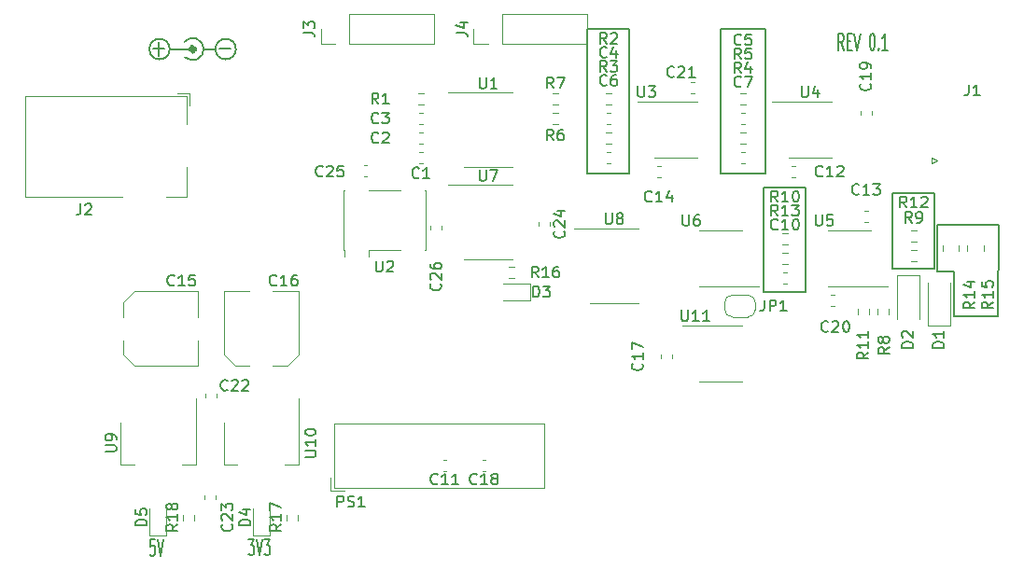
<source format=gto>
G04 #@! TF.GenerationSoftware,KiCad,Pcbnew,(5.1.9)-1*
G04 #@! TF.CreationDate,2022-01-14T23:32:11+03:00*
G04 #@! TF.ProjectId,HW,48572e6b-6963-4616-945f-706362585858,rev?*
G04 #@! TF.SameCoordinates,Original*
G04 #@! TF.FileFunction,Legend,Top*
G04 #@! TF.FilePolarity,Positive*
%FSLAX46Y46*%
G04 Gerber Fmt 4.6, Leading zero omitted, Abs format (unit mm)*
G04 Created by KiCad (PCBNEW (5.1.9)-1) date 2022-01-14 23:32:11*
%MOMM*%
%LPD*%
G01*
G04 APERTURE LIST*
%ADD10C,0.152400*%
%ADD11C,0.500000*%
%ADD12C,0.150000*%
%ADD13C,0.120000*%
%ADD14C,0.100000*%
%ADD15R,1.200000X0.900000*%
%ADD16R,1.500000X2.000000*%
%ADD17R,3.800000X2.000000*%
%ADD18R,1.800000X2.000000*%
%ADD19C,1.850000*%
%ADD20R,1.850000X1.850000*%
%ADD21O,1.700000X1.700000*%
%ADD22R,1.700000X1.700000*%
%ADD23R,3.500000X3.500000*%
%ADD24R,5.080000X1.500000*%
G04 APERTURE END LIST*
D10*
X175258285Y-65678571D02*
X174987352Y-64964285D01*
X174793828Y-65678571D02*
X174793828Y-64178571D01*
X175103466Y-64178571D01*
X175180876Y-64250000D01*
X175219580Y-64321428D01*
X175258285Y-64464285D01*
X175258285Y-64678571D01*
X175219580Y-64821428D01*
X175180876Y-64892857D01*
X175103466Y-64964285D01*
X174793828Y-64964285D01*
X175606628Y-64892857D02*
X175877561Y-64892857D01*
X175993676Y-65678571D02*
X175606628Y-65678571D01*
X175606628Y-64178571D01*
X175993676Y-64178571D01*
X176225904Y-64178571D02*
X176496838Y-65678571D01*
X176767771Y-64178571D01*
X177812800Y-64178571D02*
X177890209Y-64178571D01*
X177967619Y-64250000D01*
X178006323Y-64321428D01*
X178045028Y-64464285D01*
X178083733Y-64750000D01*
X178083733Y-65107142D01*
X178045028Y-65392857D01*
X178006323Y-65535714D01*
X177967619Y-65607142D01*
X177890209Y-65678571D01*
X177812800Y-65678571D01*
X177735390Y-65607142D01*
X177696685Y-65535714D01*
X177657980Y-65392857D01*
X177619276Y-65107142D01*
X177619276Y-64750000D01*
X177657980Y-64464285D01*
X177696685Y-64321428D01*
X177735390Y-64250000D01*
X177812800Y-64178571D01*
X178432076Y-65535714D02*
X178470780Y-65607142D01*
X178432076Y-65678571D01*
X178393371Y-65607142D01*
X178432076Y-65535714D01*
X178432076Y-65678571D01*
X179244876Y-65678571D02*
X178780419Y-65678571D01*
X179012647Y-65678571D02*
X179012647Y-64178571D01*
X178935238Y-64392857D01*
X178857828Y-64535714D01*
X178780419Y-64607142D01*
X121285123Y-110024171D02*
X121780361Y-110024171D01*
X121513695Y-110595600D01*
X121627980Y-110595600D01*
X121704171Y-110667028D01*
X121742266Y-110738457D01*
X121780361Y-110881314D01*
X121780361Y-111238457D01*
X121742266Y-111381314D01*
X121704171Y-111452742D01*
X121627980Y-111524171D01*
X121399409Y-111524171D01*
X121323219Y-111452742D01*
X121285123Y-111381314D01*
X122008933Y-110024171D02*
X122275600Y-111524171D01*
X122542266Y-110024171D01*
X122732742Y-110024171D02*
X123227980Y-110024171D01*
X122961314Y-110595600D01*
X123075600Y-110595600D01*
X123151790Y-110667028D01*
X123189885Y-110738457D01*
X123227980Y-110881314D01*
X123227980Y-111238457D01*
X123189885Y-111381314D01*
X123151790Y-111452742D01*
X123075600Y-111524171D01*
X122847028Y-111524171D01*
X122770838Y-111452742D01*
X122732742Y-111381314D01*
X112776019Y-110049571D02*
X112395066Y-110049571D01*
X112356971Y-110763857D01*
X112395066Y-110692428D01*
X112471257Y-110621000D01*
X112661733Y-110621000D01*
X112737923Y-110692428D01*
X112776019Y-110763857D01*
X112814114Y-110906714D01*
X112814114Y-111263857D01*
X112776019Y-111406714D01*
X112737923Y-111478142D01*
X112661733Y-111549571D01*
X112471257Y-111549571D01*
X112395066Y-111478142D01*
X112356971Y-111406714D01*
X113042685Y-110049571D02*
X113309352Y-111549571D01*
X113576019Y-110049571D01*
X118618000Y-65532000D02*
X119634000Y-65532000D01*
X112649000Y-65532000D02*
X113665000Y-65532000D01*
X113157000Y-64897000D02*
X113157000Y-66167000D01*
X183769000Y-85725000D02*
X183769000Y-81534000D01*
X185293000Y-85725000D02*
X183769000Y-85725000D01*
X185293000Y-89789000D02*
X185293000Y-85725000D01*
X189230000Y-89789000D02*
X185293000Y-89789000D01*
X189357000Y-81534000D02*
X189230000Y-89789000D01*
X183769000Y-81534000D02*
X189357000Y-81534000D01*
X179705000Y-78613000D02*
X183515000Y-78613000D01*
X179705000Y-85471000D02*
X179705000Y-78613000D01*
X183515000Y-85471000D02*
X179705000Y-85471000D01*
X183515000Y-78613000D02*
X183515000Y-85471000D01*
X171831000Y-78105000D02*
X171831000Y-78359000D01*
X168021000Y-78105000D02*
X171831000Y-78105000D01*
X168021000Y-87630000D02*
X168021000Y-78105000D01*
X171831000Y-87630000D02*
X168021000Y-87630000D01*
X171831000Y-78359000D02*
X171831000Y-87630000D01*
X168148000Y-63754000D02*
X164084000Y-63754000D01*
X168148000Y-76835000D02*
X168148000Y-63754000D01*
X164084000Y-76835000D02*
X168148000Y-76835000D01*
X164084000Y-63754000D02*
X164084000Y-76835000D01*
X152019000Y-63754000D02*
X155829000Y-63754000D01*
X152019000Y-76835000D02*
X152019000Y-63754000D01*
X155829000Y-76835000D02*
X152019000Y-76835000D01*
X155829000Y-63754000D02*
X155829000Y-76835000D01*
D11*
X116380000Y-65584000D02*
G75*
G03*
X116380000Y-65584000I-175000J0D01*
G01*
D12*
X114130000Y-65584000D02*
G75*
G03*
X114130000Y-65584000I-925000J0D01*
G01*
X120130000Y-65584000D02*
G75*
G03*
X120130000Y-65584000I-925000J0D01*
G01*
X118205000Y-65584000D02*
X117305000Y-65584000D01*
X116205000Y-65584000D02*
X114205000Y-65584000D01*
X115530000Y-66334000D02*
G75*
G03*
X115455000Y-64909000I675000J750000D01*
G01*
D13*
X164462000Y-89200000D02*
X164462000Y-88600000D01*
X166562000Y-89900000D02*
X165162000Y-89900000D01*
X167262000Y-88600000D02*
X167262000Y-89200000D01*
X165162000Y-87900000D02*
X166562000Y-87900000D01*
X164462000Y-88600000D02*
G75*
G02*
X165162000Y-87900000I700000J0D01*
G01*
X165162000Y-89900000D02*
G75*
G02*
X164462000Y-89200000I0J700000D01*
G01*
X167262000Y-89200000D02*
G75*
G02*
X166562000Y-89900000I-700000J0D01*
G01*
X166562000Y-87900000D02*
G75*
G02*
X167262000Y-88600000I0J-700000D01*
G01*
X182102000Y-86142000D02*
X180102000Y-86142000D01*
X180102000Y-86142000D02*
X180102000Y-90042000D01*
X182102000Y-86142000D02*
X182102000Y-90042000D01*
X182896000Y-90642000D02*
X184896000Y-90642000D01*
X184896000Y-90642000D02*
X184896000Y-86742000D01*
X182896000Y-90642000D02*
X182896000Y-86742000D01*
X164084000Y-90658000D02*
X160634000Y-90658000D01*
X164084000Y-90658000D02*
X166034000Y-90658000D01*
X164084000Y-95778000D02*
X162134000Y-95778000D01*
X164084000Y-95778000D02*
X166034000Y-95778000D01*
X125838000Y-97246000D02*
X125838000Y-103256000D01*
X119018000Y-99496000D02*
X119018000Y-103256000D01*
X125838000Y-103256000D02*
X124578000Y-103256000D01*
X119018000Y-103256000D02*
X120278000Y-103256000D01*
X116503500Y-97246000D02*
X116503500Y-103256000D01*
X109683500Y-99496000D02*
X109683500Y-103256000D01*
X116503500Y-103256000D02*
X115243500Y-103256000D01*
X109683500Y-103256000D02*
X110943500Y-103256000D01*
X154432000Y-81832000D02*
X150832000Y-81832000D01*
X154432000Y-81832000D02*
X156632000Y-81832000D01*
X154432000Y-88602000D02*
X152232000Y-88602000D01*
X154432000Y-88602000D02*
X156632000Y-88602000D01*
X143002000Y-77895000D02*
X139402000Y-77895000D01*
X143002000Y-77895000D02*
X145202000Y-77895000D01*
X143002000Y-84665000D02*
X140802000Y-84665000D01*
X143002000Y-84665000D02*
X145202000Y-84665000D01*
X164084000Y-87142000D02*
X167534000Y-87142000D01*
X164084000Y-87142000D02*
X162134000Y-87142000D01*
X164084000Y-82022000D02*
X166034000Y-82022000D01*
X164084000Y-82022000D02*
X162134000Y-82022000D01*
X175768000Y-87142000D02*
X179218000Y-87142000D01*
X175768000Y-87142000D02*
X173818000Y-87142000D01*
X175768000Y-82022000D02*
X177718000Y-82022000D01*
X175768000Y-82022000D02*
X173818000Y-82022000D01*
X172212000Y-70338000D02*
X168762000Y-70338000D01*
X172212000Y-70338000D02*
X174162000Y-70338000D01*
X172212000Y-75458000D02*
X170262000Y-75458000D01*
X172212000Y-75458000D02*
X174162000Y-75458000D01*
X160020000Y-70338000D02*
X156570000Y-70338000D01*
X160020000Y-70338000D02*
X161970000Y-70338000D01*
X160020000Y-75458000D02*
X158070000Y-75458000D01*
X160020000Y-75458000D02*
X161970000Y-75458000D01*
X132164000Y-83789500D02*
X132164000Y-84389500D01*
X135044000Y-83789500D02*
X132164000Y-83789500D01*
X129904000Y-78389500D02*
X129964000Y-78389500D01*
X129904000Y-83789500D02*
X129904000Y-78389500D01*
X129964000Y-83789500D02*
X129904000Y-83789500D01*
X129964000Y-84389500D02*
X129964000Y-83789500D01*
X132164000Y-78389500D02*
X135044000Y-78389500D01*
X137304000Y-83789500D02*
X137244000Y-83789500D01*
X137304000Y-78389500D02*
X137304000Y-83789500D01*
X137244000Y-78389500D02*
X137304000Y-78389500D01*
X143002000Y-69513000D02*
X139402000Y-69513000D01*
X143002000Y-69513000D02*
X145202000Y-69513000D01*
X143002000Y-76283000D02*
X140802000Y-76283000D01*
X143002000Y-76283000D02*
X145202000Y-76283000D01*
X116346500Y-108331724D02*
X116346500Y-107822276D01*
X115301500Y-108331724D02*
X115301500Y-107822276D01*
X125744500Y-108331724D02*
X125744500Y-107822276D01*
X124699500Y-108331724D02*
X124699500Y-107822276D01*
X145415724Y-85329500D02*
X144906276Y-85329500D01*
X145415724Y-86374500D02*
X144906276Y-86374500D01*
X186463000Y-83408936D02*
X186463000Y-83863064D01*
X187933000Y-83408936D02*
X187933000Y-83863064D01*
X184219000Y-83408936D02*
X184219000Y-83863064D01*
X185689000Y-83408936D02*
X185689000Y-83863064D01*
X170180724Y-84059500D02*
X169671276Y-84059500D01*
X170180724Y-85104500D02*
X169671276Y-85104500D01*
X181864724Y-82027500D02*
X181355276Y-82027500D01*
X181864724Y-83072500D02*
X181355276Y-83072500D01*
X177560500Y-89662724D02*
X177560500Y-89153276D01*
X176515500Y-89662724D02*
X176515500Y-89153276D01*
X170180724Y-82281500D02*
X169671276Y-82281500D01*
X170180724Y-83326500D02*
X169671276Y-83326500D01*
X181864724Y-83805500D02*
X181355276Y-83805500D01*
X181864724Y-84850500D02*
X181355276Y-84850500D01*
X178293500Y-89153276D02*
X178293500Y-89662724D01*
X179338500Y-89153276D02*
X179338500Y-89662724D01*
X148843276Y-70626500D02*
X149352724Y-70626500D01*
X148843276Y-69581500D02*
X149352724Y-69581500D01*
X148843276Y-72404500D02*
X149352724Y-72404500D01*
X148843276Y-71359500D02*
X149352724Y-71359500D01*
X165861276Y-74182500D02*
X166370724Y-74182500D01*
X165861276Y-73137500D02*
X166370724Y-73137500D01*
X166370724Y-69581500D02*
X165861276Y-69581500D01*
X166370724Y-70626500D02*
X165861276Y-70626500D01*
X154178724Y-73137500D02*
X153669276Y-73137500D01*
X154178724Y-74182500D02*
X153669276Y-74182500D01*
X154178724Y-69581500D02*
X153669276Y-69581500D01*
X154178724Y-70626500D02*
X153669276Y-70626500D01*
X136651276Y-70626500D02*
X137160724Y-70626500D01*
X136651276Y-69581500D02*
X137160724Y-69581500D01*
X128743000Y-105692000D02*
X129993000Y-105692000D01*
X128743000Y-104442000D02*
X128743000Y-105692000D01*
X129043000Y-99582000D02*
X129043000Y-105392000D01*
X148063000Y-99582000D02*
X129043000Y-99582000D01*
X148063000Y-105392000D02*
X148063000Y-99582000D01*
X129043000Y-105392000D02*
X148063000Y-105392000D01*
X141672000Y-65084000D02*
X141672000Y-63754000D01*
X143002000Y-65084000D02*
X141672000Y-65084000D01*
X144272000Y-65084000D02*
X144272000Y-62424000D01*
X144272000Y-62424000D02*
X151952000Y-62424000D01*
X144272000Y-65084000D02*
X151952000Y-65084000D01*
X151952000Y-65084000D02*
X151952000Y-62424000D01*
X127829000Y-65084000D02*
X127829000Y-63754000D01*
X129159000Y-65084000D02*
X127829000Y-65084000D01*
X130429000Y-65084000D02*
X130429000Y-62424000D01*
X130429000Y-62424000D02*
X138109000Y-62424000D01*
X130429000Y-65084000D02*
X138109000Y-65084000D01*
X138109000Y-65084000D02*
X138109000Y-62424000D01*
X115708000Y-69822000D02*
X115708000Y-72422000D01*
X101008000Y-69822000D02*
X115708000Y-69822000D01*
X115708000Y-79022000D02*
X113808000Y-79022000D01*
X115708000Y-76322000D02*
X115708000Y-79022000D01*
X101008000Y-79022000D02*
X101008000Y-69822000D01*
X109808000Y-79022000D02*
X101008000Y-79022000D01*
X114858000Y-69622000D02*
X115908000Y-69622000D01*
X115908000Y-70672000D02*
X115908000Y-69622000D01*
X183734000Y-75692000D02*
X183234000Y-75442000D01*
X183234000Y-75442000D02*
X183234000Y-75942000D01*
X183234000Y-75942000D02*
X183734000Y-75692000D01*
X113765000Y-109737000D02*
X113765000Y-107277000D01*
X112295000Y-109737000D02*
X113765000Y-109737000D01*
X112295000Y-107277000D02*
X112295000Y-109737000D01*
X123163000Y-109737000D02*
X123163000Y-107277000D01*
X121693000Y-109737000D02*
X123163000Y-109737000D01*
X121693000Y-107277000D02*
X121693000Y-109737000D01*
X146821000Y-86895000D02*
X144361000Y-86895000D01*
X146821000Y-88365000D02*
X146821000Y-86895000D01*
X144361000Y-88365000D02*
X146821000Y-88365000D01*
X137793000Y-81641733D02*
X137793000Y-81934267D01*
X138813000Y-81641733D02*
X138813000Y-81934267D01*
X131743233Y-77154500D02*
X132035767Y-77154500D01*
X131743233Y-76134500D02*
X132035767Y-76134500D01*
X147572000Y-81297733D02*
X147572000Y-81590267D01*
X148592000Y-81297733D02*
X148592000Y-81590267D01*
X117282500Y-106089233D02*
X117282500Y-106381767D01*
X118302500Y-106089233D02*
X118302500Y-106381767D01*
X118366000Y-97174267D02*
X118366000Y-96881733D01*
X117346000Y-97174267D02*
X117346000Y-96881733D01*
X161690267Y-68578000D02*
X161397733Y-68578000D01*
X161690267Y-69598000D02*
X161397733Y-69598000D01*
X174097733Y-88902000D02*
X174390267Y-88902000D01*
X174097733Y-87882000D02*
X174390267Y-87882000D01*
X177802000Y-71520267D02*
X177802000Y-71227733D01*
X176782000Y-71520267D02*
X176782000Y-71227733D01*
X142767267Y-102868000D02*
X142474733Y-102868000D01*
X142767267Y-103888000D02*
X142474733Y-103888000D01*
X158684500Y-93325733D02*
X158684500Y-93618267D01*
X159704500Y-93325733D02*
X159704500Y-93618267D01*
X124773563Y-94342000D02*
X125838000Y-93277563D01*
X120082437Y-94342000D02*
X119018000Y-93277563D01*
X120082437Y-94342000D02*
X121368000Y-94342000D01*
X124773563Y-94342000D02*
X123488000Y-94342000D01*
X125838000Y-93277563D02*
X125838000Y-87522000D01*
X119018000Y-93277563D02*
X119018000Y-87522000D01*
X119018000Y-87522000D02*
X121368000Y-87522000D01*
X125838000Y-87522000D02*
X123488000Y-87522000D01*
X109874000Y-93277563D02*
X110938437Y-94342000D01*
X109874000Y-88586437D02*
X110938437Y-87522000D01*
X109874000Y-88586437D02*
X109874000Y-89872000D01*
X109874000Y-93277563D02*
X109874000Y-91992000D01*
X110938437Y-94342000D02*
X116694000Y-94342000D01*
X110938437Y-87522000D02*
X116694000Y-87522000D01*
X116694000Y-87522000D02*
X116694000Y-89872000D01*
X116694000Y-94342000D02*
X116694000Y-91992000D01*
X158349733Y-77218000D02*
X158642267Y-77218000D01*
X158349733Y-76198000D02*
X158642267Y-76198000D01*
X177438267Y-80262000D02*
X177145733Y-80262000D01*
X177438267Y-81282000D02*
X177145733Y-81282000D01*
X170541733Y-77218000D02*
X170834267Y-77218000D01*
X170541733Y-76198000D02*
X170834267Y-76198000D01*
X138918733Y-103888000D02*
X139211267Y-103888000D01*
X138918733Y-102868000D02*
X139211267Y-102868000D01*
X169779733Y-86870000D02*
X170072267Y-86870000D01*
X169779733Y-85850000D02*
X170072267Y-85850000D01*
X165969733Y-75948000D02*
X166262267Y-75948000D01*
X165969733Y-74928000D02*
X166262267Y-74928000D01*
X154070267Y-74928000D02*
X153777733Y-74928000D01*
X154070267Y-75948000D02*
X153777733Y-75948000D01*
X165969733Y-72392000D02*
X166262267Y-72392000D01*
X165969733Y-71372000D02*
X166262267Y-71372000D01*
X154070267Y-71372000D02*
X153777733Y-71372000D01*
X154070267Y-72392000D02*
X153777733Y-72392000D01*
X136759733Y-72392000D02*
X137052267Y-72392000D01*
X136759733Y-71372000D02*
X137052267Y-71372000D01*
X137052267Y-73150000D02*
X136759733Y-73150000D01*
X137052267Y-74170000D02*
X136759733Y-74170000D01*
X137052267Y-74928000D02*
X136759733Y-74928000D01*
X137052267Y-75948000D02*
X136759733Y-75948000D01*
D12*
X168076666Y-88352380D02*
X168076666Y-89066666D01*
X168029047Y-89209523D01*
X167933809Y-89304761D01*
X167790952Y-89352380D01*
X167695714Y-89352380D01*
X168552857Y-89352380D02*
X168552857Y-88352380D01*
X168933809Y-88352380D01*
X169029047Y-88400000D01*
X169076666Y-88447619D01*
X169124285Y-88542857D01*
X169124285Y-88685714D01*
X169076666Y-88780952D01*
X169029047Y-88828571D01*
X168933809Y-88876190D01*
X168552857Y-88876190D01*
X170076666Y-89352380D02*
X169505238Y-89352380D01*
X169790952Y-89352380D02*
X169790952Y-88352380D01*
X169695714Y-88495238D01*
X169600476Y-88590476D01*
X169505238Y-88638095D01*
X181554380Y-92686095D02*
X180554380Y-92686095D01*
X180554380Y-92448000D01*
X180602000Y-92305142D01*
X180697238Y-92209904D01*
X180792476Y-92162285D01*
X180982952Y-92114666D01*
X181125809Y-92114666D01*
X181316285Y-92162285D01*
X181411523Y-92209904D01*
X181506761Y-92305142D01*
X181554380Y-92448000D01*
X181554380Y-92686095D01*
X180649619Y-91733714D02*
X180602000Y-91686095D01*
X180554380Y-91590857D01*
X180554380Y-91352761D01*
X180602000Y-91257523D01*
X180649619Y-91209904D01*
X180744857Y-91162285D01*
X180840095Y-91162285D01*
X180982952Y-91209904D01*
X181554380Y-91781333D01*
X181554380Y-91162285D01*
X184348380Y-92686095D02*
X183348380Y-92686095D01*
X183348380Y-92448000D01*
X183396000Y-92305142D01*
X183491238Y-92209904D01*
X183586476Y-92162285D01*
X183776952Y-92114666D01*
X183919809Y-92114666D01*
X184110285Y-92162285D01*
X184205523Y-92209904D01*
X184300761Y-92305142D01*
X184348380Y-92448000D01*
X184348380Y-92686095D01*
X184348380Y-91162285D02*
X184348380Y-91733714D01*
X184348380Y-91448000D02*
X183348380Y-91448000D01*
X183491238Y-91543238D01*
X183586476Y-91638476D01*
X183634095Y-91733714D01*
X160559904Y-89270380D02*
X160559904Y-90079904D01*
X160607523Y-90175142D01*
X160655142Y-90222761D01*
X160750380Y-90270380D01*
X160940857Y-90270380D01*
X161036095Y-90222761D01*
X161083714Y-90175142D01*
X161131333Y-90079904D01*
X161131333Y-89270380D01*
X162131333Y-90270380D02*
X161559904Y-90270380D01*
X161845619Y-90270380D02*
X161845619Y-89270380D01*
X161750380Y-89413238D01*
X161655142Y-89508476D01*
X161559904Y-89556095D01*
X163083714Y-90270380D02*
X162512285Y-90270380D01*
X162798000Y-90270380D02*
X162798000Y-89270380D01*
X162702761Y-89413238D01*
X162607523Y-89508476D01*
X162512285Y-89556095D01*
X126380380Y-102584095D02*
X127189904Y-102584095D01*
X127285142Y-102536476D01*
X127332761Y-102488857D01*
X127380380Y-102393619D01*
X127380380Y-102203142D01*
X127332761Y-102107904D01*
X127285142Y-102060285D01*
X127189904Y-102012666D01*
X126380380Y-102012666D01*
X127380380Y-101012666D02*
X127380380Y-101584095D01*
X127380380Y-101298380D02*
X126380380Y-101298380D01*
X126523238Y-101393619D01*
X126618476Y-101488857D01*
X126666095Y-101584095D01*
X126380380Y-100393619D02*
X126380380Y-100298380D01*
X126428000Y-100203142D01*
X126475619Y-100155523D01*
X126570857Y-100107904D01*
X126761333Y-100060285D01*
X126999428Y-100060285D01*
X127189904Y-100107904D01*
X127285142Y-100155523D01*
X127332761Y-100203142D01*
X127380380Y-100298380D01*
X127380380Y-100393619D01*
X127332761Y-100488857D01*
X127285142Y-100536476D01*
X127189904Y-100584095D01*
X126999428Y-100631714D01*
X126761333Y-100631714D01*
X126570857Y-100584095D01*
X126475619Y-100536476D01*
X126428000Y-100488857D01*
X126380380Y-100393619D01*
X108291380Y-102107904D02*
X109100904Y-102107904D01*
X109196142Y-102060285D01*
X109243761Y-102012666D01*
X109291380Y-101917428D01*
X109291380Y-101726952D01*
X109243761Y-101631714D01*
X109196142Y-101584095D01*
X109100904Y-101536476D01*
X108291380Y-101536476D01*
X109291380Y-101012666D02*
X109291380Y-100822190D01*
X109243761Y-100726952D01*
X109196142Y-100679333D01*
X109053285Y-100584095D01*
X108862809Y-100536476D01*
X108481857Y-100536476D01*
X108386619Y-100584095D01*
X108339000Y-100631714D01*
X108291380Y-100726952D01*
X108291380Y-100917428D01*
X108339000Y-101012666D01*
X108386619Y-101060285D01*
X108481857Y-101107904D01*
X108719952Y-101107904D01*
X108815190Y-101060285D01*
X108862809Y-101012666D01*
X108910428Y-100917428D01*
X108910428Y-100726952D01*
X108862809Y-100631714D01*
X108815190Y-100584095D01*
X108719952Y-100536476D01*
X153670095Y-80469380D02*
X153670095Y-81278904D01*
X153717714Y-81374142D01*
X153765333Y-81421761D01*
X153860571Y-81469380D01*
X154051047Y-81469380D01*
X154146285Y-81421761D01*
X154193904Y-81374142D01*
X154241523Y-81278904D01*
X154241523Y-80469380D01*
X154860571Y-80897952D02*
X154765333Y-80850333D01*
X154717714Y-80802714D01*
X154670095Y-80707476D01*
X154670095Y-80659857D01*
X154717714Y-80564619D01*
X154765333Y-80517000D01*
X154860571Y-80469380D01*
X155051047Y-80469380D01*
X155146285Y-80517000D01*
X155193904Y-80564619D01*
X155241523Y-80659857D01*
X155241523Y-80707476D01*
X155193904Y-80802714D01*
X155146285Y-80850333D01*
X155051047Y-80897952D01*
X154860571Y-80897952D01*
X154765333Y-80945571D01*
X154717714Y-80993190D01*
X154670095Y-81088428D01*
X154670095Y-81278904D01*
X154717714Y-81374142D01*
X154765333Y-81421761D01*
X154860571Y-81469380D01*
X155051047Y-81469380D01*
X155146285Y-81421761D01*
X155193904Y-81374142D01*
X155241523Y-81278904D01*
X155241523Y-81088428D01*
X155193904Y-80993190D01*
X155146285Y-80945571D01*
X155051047Y-80897952D01*
X142240095Y-76532380D02*
X142240095Y-77341904D01*
X142287714Y-77437142D01*
X142335333Y-77484761D01*
X142430571Y-77532380D01*
X142621047Y-77532380D01*
X142716285Y-77484761D01*
X142763904Y-77437142D01*
X142811523Y-77341904D01*
X142811523Y-76532380D01*
X143192476Y-76532380D02*
X143859142Y-76532380D01*
X143430571Y-77532380D01*
X160655095Y-80605380D02*
X160655095Y-81414904D01*
X160702714Y-81510142D01*
X160750333Y-81557761D01*
X160845571Y-81605380D01*
X161036047Y-81605380D01*
X161131285Y-81557761D01*
X161178904Y-81510142D01*
X161226523Y-81414904D01*
X161226523Y-80605380D01*
X162131285Y-80605380D02*
X161940809Y-80605380D01*
X161845571Y-80653000D01*
X161797952Y-80700619D01*
X161702714Y-80843476D01*
X161655095Y-81033952D01*
X161655095Y-81414904D01*
X161702714Y-81510142D01*
X161750333Y-81557761D01*
X161845571Y-81605380D01*
X162036047Y-81605380D01*
X162131285Y-81557761D01*
X162178904Y-81510142D01*
X162226523Y-81414904D01*
X162226523Y-81176809D01*
X162178904Y-81081571D01*
X162131285Y-81033952D01*
X162036047Y-80986333D01*
X161845571Y-80986333D01*
X161750333Y-81033952D01*
X161702714Y-81081571D01*
X161655095Y-81176809D01*
X172720095Y-80605380D02*
X172720095Y-81414904D01*
X172767714Y-81510142D01*
X172815333Y-81557761D01*
X172910571Y-81605380D01*
X173101047Y-81605380D01*
X173196285Y-81557761D01*
X173243904Y-81510142D01*
X173291523Y-81414904D01*
X173291523Y-80605380D01*
X174243904Y-80605380D02*
X173767714Y-80605380D01*
X173720095Y-81081571D01*
X173767714Y-81033952D01*
X173862952Y-80986333D01*
X174101047Y-80986333D01*
X174196285Y-81033952D01*
X174243904Y-81081571D01*
X174291523Y-81176809D01*
X174291523Y-81414904D01*
X174243904Y-81510142D01*
X174196285Y-81557761D01*
X174101047Y-81605380D01*
X173862952Y-81605380D01*
X173767714Y-81557761D01*
X173720095Y-81510142D01*
X171450095Y-68950380D02*
X171450095Y-69759904D01*
X171497714Y-69855142D01*
X171545333Y-69902761D01*
X171640571Y-69950380D01*
X171831047Y-69950380D01*
X171926285Y-69902761D01*
X171973904Y-69855142D01*
X172021523Y-69759904D01*
X172021523Y-68950380D01*
X172926285Y-69283714D02*
X172926285Y-69950380D01*
X172688190Y-68902761D02*
X172450095Y-69617047D01*
X173069142Y-69617047D01*
X156591095Y-68921380D02*
X156591095Y-69730904D01*
X156638714Y-69826142D01*
X156686333Y-69873761D01*
X156781571Y-69921380D01*
X156972047Y-69921380D01*
X157067285Y-69873761D01*
X157114904Y-69826142D01*
X157162523Y-69730904D01*
X157162523Y-68921380D01*
X157543476Y-68921380D02*
X158162523Y-68921380D01*
X157829190Y-69302333D01*
X157972047Y-69302333D01*
X158067285Y-69349952D01*
X158114904Y-69397571D01*
X158162523Y-69492809D01*
X158162523Y-69730904D01*
X158114904Y-69826142D01*
X158067285Y-69873761D01*
X157972047Y-69921380D01*
X157686333Y-69921380D01*
X157591095Y-69873761D01*
X157543476Y-69826142D01*
X132842095Y-84796380D02*
X132842095Y-85605904D01*
X132889714Y-85701142D01*
X132937333Y-85748761D01*
X133032571Y-85796380D01*
X133223047Y-85796380D01*
X133318285Y-85748761D01*
X133365904Y-85701142D01*
X133413523Y-85605904D01*
X133413523Y-84796380D01*
X133842095Y-84891619D02*
X133889714Y-84844000D01*
X133984952Y-84796380D01*
X134223047Y-84796380D01*
X134318285Y-84844000D01*
X134365904Y-84891619D01*
X134413523Y-84986857D01*
X134413523Y-85082095D01*
X134365904Y-85224952D01*
X133794476Y-85796380D01*
X134413523Y-85796380D01*
X142240095Y-68150380D02*
X142240095Y-68959904D01*
X142287714Y-69055142D01*
X142335333Y-69102761D01*
X142430571Y-69150380D01*
X142621047Y-69150380D01*
X142716285Y-69102761D01*
X142763904Y-69055142D01*
X142811523Y-68959904D01*
X142811523Y-68150380D01*
X143811523Y-69150380D02*
X143240095Y-69150380D01*
X143525809Y-69150380D02*
X143525809Y-68150380D01*
X143430571Y-68293238D01*
X143335333Y-68388476D01*
X143240095Y-68436095D01*
X114846380Y-108719857D02*
X114370190Y-109053190D01*
X114846380Y-109291285D02*
X113846380Y-109291285D01*
X113846380Y-108910333D01*
X113894000Y-108815095D01*
X113941619Y-108767476D01*
X114036857Y-108719857D01*
X114179714Y-108719857D01*
X114274952Y-108767476D01*
X114322571Y-108815095D01*
X114370190Y-108910333D01*
X114370190Y-109291285D01*
X114846380Y-107767476D02*
X114846380Y-108338904D01*
X114846380Y-108053190D02*
X113846380Y-108053190D01*
X113989238Y-108148428D01*
X114084476Y-108243666D01*
X114132095Y-108338904D01*
X114274952Y-107196047D02*
X114227333Y-107291285D01*
X114179714Y-107338904D01*
X114084476Y-107386523D01*
X114036857Y-107386523D01*
X113941619Y-107338904D01*
X113894000Y-107291285D01*
X113846380Y-107196047D01*
X113846380Y-107005571D01*
X113894000Y-106910333D01*
X113941619Y-106862714D01*
X114036857Y-106815095D01*
X114084476Y-106815095D01*
X114179714Y-106862714D01*
X114227333Y-106910333D01*
X114274952Y-107005571D01*
X114274952Y-107196047D01*
X114322571Y-107291285D01*
X114370190Y-107338904D01*
X114465428Y-107386523D01*
X114655904Y-107386523D01*
X114751142Y-107338904D01*
X114798761Y-107291285D01*
X114846380Y-107196047D01*
X114846380Y-107005571D01*
X114798761Y-106910333D01*
X114751142Y-106862714D01*
X114655904Y-106815095D01*
X114465428Y-106815095D01*
X114370190Y-106862714D01*
X114322571Y-106910333D01*
X114274952Y-107005571D01*
X124244380Y-108719857D02*
X123768190Y-109053190D01*
X124244380Y-109291285D02*
X123244380Y-109291285D01*
X123244380Y-108910333D01*
X123292000Y-108815095D01*
X123339619Y-108767476D01*
X123434857Y-108719857D01*
X123577714Y-108719857D01*
X123672952Y-108767476D01*
X123720571Y-108815095D01*
X123768190Y-108910333D01*
X123768190Y-109291285D01*
X124244380Y-107767476D02*
X124244380Y-108338904D01*
X124244380Y-108053190D02*
X123244380Y-108053190D01*
X123387238Y-108148428D01*
X123482476Y-108243666D01*
X123530095Y-108338904D01*
X123244380Y-107434142D02*
X123244380Y-106767476D01*
X124244380Y-107196047D01*
X147566142Y-86304380D02*
X147232809Y-85828190D01*
X146994714Y-86304380D02*
X146994714Y-85304380D01*
X147375666Y-85304380D01*
X147470904Y-85352000D01*
X147518523Y-85399619D01*
X147566142Y-85494857D01*
X147566142Y-85637714D01*
X147518523Y-85732952D01*
X147470904Y-85780571D01*
X147375666Y-85828190D01*
X146994714Y-85828190D01*
X148518523Y-86304380D02*
X147947095Y-86304380D01*
X148232809Y-86304380D02*
X148232809Y-85304380D01*
X148137571Y-85447238D01*
X148042333Y-85542476D01*
X147947095Y-85590095D01*
X149375666Y-85304380D02*
X149185190Y-85304380D01*
X149089952Y-85352000D01*
X149042333Y-85399619D01*
X148947095Y-85542476D01*
X148899476Y-85732952D01*
X148899476Y-86113904D01*
X148947095Y-86209142D01*
X148994714Y-86256761D01*
X149089952Y-86304380D01*
X149280428Y-86304380D01*
X149375666Y-86256761D01*
X149423285Y-86209142D01*
X149470904Y-86113904D01*
X149470904Y-85875809D01*
X149423285Y-85780571D01*
X149375666Y-85732952D01*
X149280428Y-85685333D01*
X149089952Y-85685333D01*
X148994714Y-85732952D01*
X148947095Y-85780571D01*
X148899476Y-85875809D01*
X188793380Y-88526857D02*
X188317190Y-88860190D01*
X188793380Y-89098285D02*
X187793380Y-89098285D01*
X187793380Y-88717333D01*
X187841000Y-88622095D01*
X187888619Y-88574476D01*
X187983857Y-88526857D01*
X188126714Y-88526857D01*
X188221952Y-88574476D01*
X188269571Y-88622095D01*
X188317190Y-88717333D01*
X188317190Y-89098285D01*
X188793380Y-87574476D02*
X188793380Y-88145904D01*
X188793380Y-87860190D02*
X187793380Y-87860190D01*
X187936238Y-87955428D01*
X188031476Y-88050666D01*
X188079095Y-88145904D01*
X187793380Y-86669714D02*
X187793380Y-87145904D01*
X188269571Y-87193523D01*
X188221952Y-87145904D01*
X188174333Y-87050666D01*
X188174333Y-86812571D01*
X188221952Y-86717333D01*
X188269571Y-86669714D01*
X188364809Y-86622095D01*
X188602904Y-86622095D01*
X188698142Y-86669714D01*
X188745761Y-86717333D01*
X188793380Y-86812571D01*
X188793380Y-87050666D01*
X188745761Y-87145904D01*
X188698142Y-87193523D01*
X187142380Y-88526857D02*
X186666190Y-88860190D01*
X187142380Y-89098285D02*
X186142380Y-89098285D01*
X186142380Y-88717333D01*
X186190000Y-88622095D01*
X186237619Y-88574476D01*
X186332857Y-88526857D01*
X186475714Y-88526857D01*
X186570952Y-88574476D01*
X186618571Y-88622095D01*
X186666190Y-88717333D01*
X186666190Y-89098285D01*
X187142380Y-87574476D02*
X187142380Y-88145904D01*
X187142380Y-87860190D02*
X186142380Y-87860190D01*
X186285238Y-87955428D01*
X186380476Y-88050666D01*
X186428095Y-88145904D01*
X186475714Y-86717333D02*
X187142380Y-86717333D01*
X186094761Y-86955428D02*
X186809047Y-87193523D01*
X186809047Y-86574476D01*
X169283142Y-80716380D02*
X168949809Y-80240190D01*
X168711714Y-80716380D02*
X168711714Y-79716380D01*
X169092666Y-79716380D01*
X169187904Y-79764000D01*
X169235523Y-79811619D01*
X169283142Y-79906857D01*
X169283142Y-80049714D01*
X169235523Y-80144952D01*
X169187904Y-80192571D01*
X169092666Y-80240190D01*
X168711714Y-80240190D01*
X170235523Y-80716380D02*
X169664095Y-80716380D01*
X169949809Y-80716380D02*
X169949809Y-79716380D01*
X169854571Y-79859238D01*
X169759333Y-79954476D01*
X169664095Y-80002095D01*
X170568857Y-79716380D02*
X171187904Y-79716380D01*
X170854571Y-80097333D01*
X170997428Y-80097333D01*
X171092666Y-80144952D01*
X171140285Y-80192571D01*
X171187904Y-80287809D01*
X171187904Y-80525904D01*
X171140285Y-80621142D01*
X171092666Y-80668761D01*
X170997428Y-80716380D01*
X170711714Y-80716380D01*
X170616476Y-80668761D01*
X170568857Y-80621142D01*
X180967142Y-79954380D02*
X180633809Y-79478190D01*
X180395714Y-79954380D02*
X180395714Y-78954380D01*
X180776666Y-78954380D01*
X180871904Y-79002000D01*
X180919523Y-79049619D01*
X180967142Y-79144857D01*
X180967142Y-79287714D01*
X180919523Y-79382952D01*
X180871904Y-79430571D01*
X180776666Y-79478190D01*
X180395714Y-79478190D01*
X181919523Y-79954380D02*
X181348095Y-79954380D01*
X181633809Y-79954380D02*
X181633809Y-78954380D01*
X181538571Y-79097238D01*
X181443333Y-79192476D01*
X181348095Y-79240095D01*
X182300476Y-79049619D02*
X182348095Y-79002000D01*
X182443333Y-78954380D01*
X182681428Y-78954380D01*
X182776666Y-79002000D01*
X182824285Y-79049619D01*
X182871904Y-79144857D01*
X182871904Y-79240095D01*
X182824285Y-79382952D01*
X182252857Y-79954380D01*
X182871904Y-79954380D01*
X177490380Y-93098857D02*
X177014190Y-93432190D01*
X177490380Y-93670285D02*
X176490380Y-93670285D01*
X176490380Y-93289333D01*
X176538000Y-93194095D01*
X176585619Y-93146476D01*
X176680857Y-93098857D01*
X176823714Y-93098857D01*
X176918952Y-93146476D01*
X176966571Y-93194095D01*
X177014190Y-93289333D01*
X177014190Y-93670285D01*
X177490380Y-92146476D02*
X177490380Y-92717904D01*
X177490380Y-92432190D02*
X176490380Y-92432190D01*
X176633238Y-92527428D01*
X176728476Y-92622666D01*
X176776095Y-92717904D01*
X177490380Y-91194095D02*
X177490380Y-91765523D01*
X177490380Y-91479809D02*
X176490380Y-91479809D01*
X176633238Y-91575047D01*
X176728476Y-91670285D01*
X176776095Y-91765523D01*
X169283142Y-79446380D02*
X168949809Y-78970190D01*
X168711714Y-79446380D02*
X168711714Y-78446380D01*
X169092666Y-78446380D01*
X169187904Y-78494000D01*
X169235523Y-78541619D01*
X169283142Y-78636857D01*
X169283142Y-78779714D01*
X169235523Y-78874952D01*
X169187904Y-78922571D01*
X169092666Y-78970190D01*
X168711714Y-78970190D01*
X170235523Y-79446380D02*
X169664095Y-79446380D01*
X169949809Y-79446380D02*
X169949809Y-78446380D01*
X169854571Y-78589238D01*
X169759333Y-78684476D01*
X169664095Y-78732095D01*
X170854571Y-78446380D02*
X170949809Y-78446380D01*
X171045047Y-78494000D01*
X171092666Y-78541619D01*
X171140285Y-78636857D01*
X171187904Y-78827333D01*
X171187904Y-79065428D01*
X171140285Y-79255904D01*
X171092666Y-79351142D01*
X171045047Y-79398761D01*
X170949809Y-79446380D01*
X170854571Y-79446380D01*
X170759333Y-79398761D01*
X170711714Y-79351142D01*
X170664095Y-79255904D01*
X170616476Y-79065428D01*
X170616476Y-78827333D01*
X170664095Y-78636857D01*
X170711714Y-78541619D01*
X170759333Y-78494000D01*
X170854571Y-78446380D01*
X181443333Y-81351380D02*
X181110000Y-80875190D01*
X180871904Y-81351380D02*
X180871904Y-80351380D01*
X181252857Y-80351380D01*
X181348095Y-80399000D01*
X181395714Y-80446619D01*
X181443333Y-80541857D01*
X181443333Y-80684714D01*
X181395714Y-80779952D01*
X181348095Y-80827571D01*
X181252857Y-80875190D01*
X180871904Y-80875190D01*
X181919523Y-81351380D02*
X182110000Y-81351380D01*
X182205238Y-81303761D01*
X182252857Y-81256142D01*
X182348095Y-81113285D01*
X182395714Y-80922809D01*
X182395714Y-80541857D01*
X182348095Y-80446619D01*
X182300476Y-80399000D01*
X182205238Y-80351380D01*
X182014761Y-80351380D01*
X181919523Y-80399000D01*
X181871904Y-80446619D01*
X181824285Y-80541857D01*
X181824285Y-80779952D01*
X181871904Y-80875190D01*
X181919523Y-80922809D01*
X182014761Y-80970428D01*
X182205238Y-80970428D01*
X182300476Y-80922809D01*
X182348095Y-80875190D01*
X182395714Y-80779952D01*
X179395380Y-92622666D02*
X178919190Y-92956000D01*
X179395380Y-93194095D02*
X178395380Y-93194095D01*
X178395380Y-92813142D01*
X178443000Y-92717904D01*
X178490619Y-92670285D01*
X178585857Y-92622666D01*
X178728714Y-92622666D01*
X178823952Y-92670285D01*
X178871571Y-92717904D01*
X178919190Y-92813142D01*
X178919190Y-93194095D01*
X178823952Y-92051238D02*
X178776333Y-92146476D01*
X178728714Y-92194095D01*
X178633476Y-92241714D01*
X178585857Y-92241714D01*
X178490619Y-92194095D01*
X178443000Y-92146476D01*
X178395380Y-92051238D01*
X178395380Y-91860761D01*
X178443000Y-91765523D01*
X178490619Y-91717904D01*
X178585857Y-91670285D01*
X178633476Y-91670285D01*
X178728714Y-91717904D01*
X178776333Y-91765523D01*
X178823952Y-91860761D01*
X178823952Y-92051238D01*
X178871571Y-92146476D01*
X178919190Y-92194095D01*
X179014428Y-92241714D01*
X179204904Y-92241714D01*
X179300142Y-92194095D01*
X179347761Y-92146476D01*
X179395380Y-92051238D01*
X179395380Y-91860761D01*
X179347761Y-91765523D01*
X179300142Y-91717904D01*
X179204904Y-91670285D01*
X179014428Y-91670285D01*
X178919190Y-91717904D01*
X178871571Y-91765523D01*
X178823952Y-91860761D01*
X148931333Y-69126380D02*
X148598000Y-68650190D01*
X148359904Y-69126380D02*
X148359904Y-68126380D01*
X148740857Y-68126380D01*
X148836095Y-68174000D01*
X148883714Y-68221619D01*
X148931333Y-68316857D01*
X148931333Y-68459714D01*
X148883714Y-68554952D01*
X148836095Y-68602571D01*
X148740857Y-68650190D01*
X148359904Y-68650190D01*
X149264666Y-68126380D02*
X149931333Y-68126380D01*
X149502761Y-69126380D01*
X148931333Y-73858380D02*
X148598000Y-73382190D01*
X148359904Y-73858380D02*
X148359904Y-72858380D01*
X148740857Y-72858380D01*
X148836095Y-72906000D01*
X148883714Y-72953619D01*
X148931333Y-73048857D01*
X148931333Y-73191714D01*
X148883714Y-73286952D01*
X148836095Y-73334571D01*
X148740857Y-73382190D01*
X148359904Y-73382190D01*
X149788476Y-72858380D02*
X149598000Y-72858380D01*
X149502761Y-72906000D01*
X149455142Y-72953619D01*
X149359904Y-73096476D01*
X149312285Y-73286952D01*
X149312285Y-73667904D01*
X149359904Y-73763142D01*
X149407523Y-73810761D01*
X149502761Y-73858380D01*
X149693238Y-73858380D01*
X149788476Y-73810761D01*
X149836095Y-73763142D01*
X149883714Y-73667904D01*
X149883714Y-73429809D01*
X149836095Y-73334571D01*
X149788476Y-73286952D01*
X149693238Y-73239333D01*
X149502761Y-73239333D01*
X149407523Y-73286952D01*
X149359904Y-73334571D01*
X149312285Y-73429809D01*
X165949333Y-66492380D02*
X165616000Y-66016190D01*
X165377904Y-66492380D02*
X165377904Y-65492380D01*
X165758857Y-65492380D01*
X165854095Y-65540000D01*
X165901714Y-65587619D01*
X165949333Y-65682857D01*
X165949333Y-65825714D01*
X165901714Y-65920952D01*
X165854095Y-65968571D01*
X165758857Y-66016190D01*
X165377904Y-66016190D01*
X166854095Y-65492380D02*
X166377904Y-65492380D01*
X166330285Y-65968571D01*
X166377904Y-65920952D01*
X166473142Y-65873333D01*
X166711238Y-65873333D01*
X166806476Y-65920952D01*
X166854095Y-65968571D01*
X166901714Y-66063809D01*
X166901714Y-66301904D01*
X166854095Y-66397142D01*
X166806476Y-66444761D01*
X166711238Y-66492380D01*
X166473142Y-66492380D01*
X166377904Y-66444761D01*
X166330285Y-66397142D01*
X165949333Y-67762380D02*
X165616000Y-67286190D01*
X165377904Y-67762380D02*
X165377904Y-66762380D01*
X165758857Y-66762380D01*
X165854095Y-66810000D01*
X165901714Y-66857619D01*
X165949333Y-66952857D01*
X165949333Y-67095714D01*
X165901714Y-67190952D01*
X165854095Y-67238571D01*
X165758857Y-67286190D01*
X165377904Y-67286190D01*
X166806476Y-67095714D02*
X166806476Y-67762380D01*
X166568380Y-66714761D02*
X166330285Y-67429047D01*
X166949333Y-67429047D01*
X153757333Y-67635380D02*
X153424000Y-67159190D01*
X153185904Y-67635380D02*
X153185904Y-66635380D01*
X153566857Y-66635380D01*
X153662095Y-66683000D01*
X153709714Y-66730619D01*
X153757333Y-66825857D01*
X153757333Y-66968714D01*
X153709714Y-67063952D01*
X153662095Y-67111571D01*
X153566857Y-67159190D01*
X153185904Y-67159190D01*
X154090666Y-66635380D02*
X154709714Y-66635380D01*
X154376380Y-67016333D01*
X154519238Y-67016333D01*
X154614476Y-67063952D01*
X154662095Y-67111571D01*
X154709714Y-67206809D01*
X154709714Y-67444904D01*
X154662095Y-67540142D01*
X154614476Y-67587761D01*
X154519238Y-67635380D01*
X154233523Y-67635380D01*
X154138285Y-67587761D01*
X154090666Y-67540142D01*
X153757333Y-65095380D02*
X153424000Y-64619190D01*
X153185904Y-65095380D02*
X153185904Y-64095380D01*
X153566857Y-64095380D01*
X153662095Y-64143000D01*
X153709714Y-64190619D01*
X153757333Y-64285857D01*
X153757333Y-64428714D01*
X153709714Y-64523952D01*
X153662095Y-64571571D01*
X153566857Y-64619190D01*
X153185904Y-64619190D01*
X154138285Y-64190619D02*
X154185904Y-64143000D01*
X154281142Y-64095380D01*
X154519238Y-64095380D01*
X154614476Y-64143000D01*
X154662095Y-64190619D01*
X154709714Y-64285857D01*
X154709714Y-64381095D01*
X154662095Y-64523952D01*
X154090666Y-65095380D01*
X154709714Y-65095380D01*
X133056333Y-70556380D02*
X132723000Y-70080190D01*
X132484904Y-70556380D02*
X132484904Y-69556380D01*
X132865857Y-69556380D01*
X132961095Y-69604000D01*
X133008714Y-69651619D01*
X133056333Y-69746857D01*
X133056333Y-69889714D01*
X133008714Y-69984952D01*
X132961095Y-70032571D01*
X132865857Y-70080190D01*
X132484904Y-70080190D01*
X134008714Y-70556380D02*
X133437285Y-70556380D01*
X133723000Y-70556380D02*
X133723000Y-69556380D01*
X133627761Y-69699238D01*
X133532523Y-69794476D01*
X133437285Y-69842095D01*
X129341714Y-107132380D02*
X129341714Y-106132380D01*
X129722666Y-106132380D01*
X129817904Y-106180000D01*
X129865523Y-106227619D01*
X129913142Y-106322857D01*
X129913142Y-106465714D01*
X129865523Y-106560952D01*
X129817904Y-106608571D01*
X129722666Y-106656190D01*
X129341714Y-106656190D01*
X130294095Y-107084761D02*
X130436952Y-107132380D01*
X130675047Y-107132380D01*
X130770285Y-107084761D01*
X130817904Y-107037142D01*
X130865523Y-106941904D01*
X130865523Y-106846666D01*
X130817904Y-106751428D01*
X130770285Y-106703809D01*
X130675047Y-106656190D01*
X130484571Y-106608571D01*
X130389333Y-106560952D01*
X130341714Y-106513333D01*
X130294095Y-106418095D01*
X130294095Y-106322857D01*
X130341714Y-106227619D01*
X130389333Y-106180000D01*
X130484571Y-106132380D01*
X130722666Y-106132380D01*
X130865523Y-106180000D01*
X131817904Y-107132380D02*
X131246476Y-107132380D01*
X131532190Y-107132380D02*
X131532190Y-106132380D01*
X131436952Y-106275238D01*
X131341714Y-106370476D01*
X131246476Y-106418095D01*
X140124380Y-64087333D02*
X140838666Y-64087333D01*
X140981523Y-64134952D01*
X141076761Y-64230190D01*
X141124380Y-64373047D01*
X141124380Y-64468285D01*
X140457714Y-63182571D02*
X141124380Y-63182571D01*
X140076761Y-63420666D02*
X140791047Y-63658761D01*
X140791047Y-63039714D01*
X126281380Y-64087333D02*
X126995666Y-64087333D01*
X127138523Y-64134952D01*
X127233761Y-64230190D01*
X127281380Y-64373047D01*
X127281380Y-64468285D01*
X126281380Y-63706380D02*
X126281380Y-63087333D01*
X126662333Y-63420666D01*
X126662333Y-63277809D01*
X126709952Y-63182571D01*
X126757571Y-63134952D01*
X126852809Y-63087333D01*
X127090904Y-63087333D01*
X127186142Y-63134952D01*
X127233761Y-63182571D01*
X127281380Y-63277809D01*
X127281380Y-63563523D01*
X127233761Y-63658761D01*
X127186142Y-63706380D01*
X106024666Y-79624380D02*
X106024666Y-80338666D01*
X105977047Y-80481523D01*
X105881809Y-80576761D01*
X105738952Y-80624380D01*
X105643714Y-80624380D01*
X106453238Y-79719619D02*
X106500857Y-79672000D01*
X106596095Y-79624380D01*
X106834190Y-79624380D01*
X106929428Y-79672000D01*
X106977047Y-79719619D01*
X107024666Y-79814857D01*
X107024666Y-79910095D01*
X106977047Y-80052952D01*
X106405619Y-80624380D01*
X107024666Y-80624380D01*
X186610666Y-68794380D02*
X186610666Y-69508666D01*
X186563047Y-69651523D01*
X186467809Y-69746761D01*
X186324952Y-69794380D01*
X186229714Y-69794380D01*
X187610666Y-69794380D02*
X187039238Y-69794380D01*
X187324952Y-69794380D02*
X187324952Y-68794380D01*
X187229714Y-68937238D01*
X187134476Y-69032476D01*
X187039238Y-69080095D01*
X112052380Y-108815095D02*
X111052380Y-108815095D01*
X111052380Y-108577000D01*
X111100000Y-108434142D01*
X111195238Y-108338904D01*
X111290476Y-108291285D01*
X111480952Y-108243666D01*
X111623809Y-108243666D01*
X111814285Y-108291285D01*
X111909523Y-108338904D01*
X112004761Y-108434142D01*
X112052380Y-108577000D01*
X112052380Y-108815095D01*
X111052380Y-107338904D02*
X111052380Y-107815095D01*
X111528571Y-107862714D01*
X111480952Y-107815095D01*
X111433333Y-107719857D01*
X111433333Y-107481761D01*
X111480952Y-107386523D01*
X111528571Y-107338904D01*
X111623809Y-107291285D01*
X111861904Y-107291285D01*
X111957142Y-107338904D01*
X112004761Y-107386523D01*
X112052380Y-107481761D01*
X112052380Y-107719857D01*
X112004761Y-107815095D01*
X111957142Y-107862714D01*
X121450380Y-108815095D02*
X120450380Y-108815095D01*
X120450380Y-108577000D01*
X120498000Y-108434142D01*
X120593238Y-108338904D01*
X120688476Y-108291285D01*
X120878952Y-108243666D01*
X121021809Y-108243666D01*
X121212285Y-108291285D01*
X121307523Y-108338904D01*
X121402761Y-108434142D01*
X121450380Y-108577000D01*
X121450380Y-108815095D01*
X120783714Y-107386523D02*
X121450380Y-107386523D01*
X120402761Y-107624619D02*
X121117047Y-107862714D01*
X121117047Y-107243666D01*
X147089904Y-88082380D02*
X147089904Y-87082380D01*
X147328000Y-87082380D01*
X147470857Y-87130000D01*
X147566095Y-87225238D01*
X147613714Y-87320476D01*
X147661333Y-87510952D01*
X147661333Y-87653809D01*
X147613714Y-87844285D01*
X147566095Y-87939523D01*
X147470857Y-88034761D01*
X147328000Y-88082380D01*
X147089904Y-88082380D01*
X147994666Y-87082380D02*
X148613714Y-87082380D01*
X148280380Y-87463333D01*
X148423238Y-87463333D01*
X148518476Y-87510952D01*
X148566095Y-87558571D01*
X148613714Y-87653809D01*
X148613714Y-87891904D01*
X148566095Y-87987142D01*
X148518476Y-88034761D01*
X148423238Y-88082380D01*
X148137523Y-88082380D01*
X148042285Y-88034761D01*
X147994666Y-87987142D01*
X138660142Y-86875857D02*
X138707761Y-86923476D01*
X138755380Y-87066333D01*
X138755380Y-87161571D01*
X138707761Y-87304428D01*
X138612523Y-87399666D01*
X138517285Y-87447285D01*
X138326809Y-87494904D01*
X138183952Y-87494904D01*
X137993476Y-87447285D01*
X137898238Y-87399666D01*
X137803000Y-87304428D01*
X137755380Y-87161571D01*
X137755380Y-87066333D01*
X137803000Y-86923476D01*
X137850619Y-86875857D01*
X137850619Y-86494904D02*
X137803000Y-86447285D01*
X137755380Y-86352047D01*
X137755380Y-86113952D01*
X137803000Y-86018714D01*
X137850619Y-85971095D01*
X137945857Y-85923476D01*
X138041095Y-85923476D01*
X138183952Y-85971095D01*
X138755380Y-86542523D01*
X138755380Y-85923476D01*
X137755380Y-85066333D02*
X137755380Y-85256809D01*
X137803000Y-85352047D01*
X137850619Y-85399666D01*
X137993476Y-85494904D01*
X138183952Y-85542523D01*
X138564904Y-85542523D01*
X138660142Y-85494904D01*
X138707761Y-85447285D01*
X138755380Y-85352047D01*
X138755380Y-85161571D01*
X138707761Y-85066333D01*
X138660142Y-85018714D01*
X138564904Y-84971095D01*
X138326809Y-84971095D01*
X138231571Y-85018714D01*
X138183952Y-85066333D01*
X138136333Y-85161571D01*
X138136333Y-85352047D01*
X138183952Y-85447285D01*
X138231571Y-85494904D01*
X138326809Y-85542523D01*
X128008142Y-77065142D02*
X127960523Y-77112761D01*
X127817666Y-77160380D01*
X127722428Y-77160380D01*
X127579571Y-77112761D01*
X127484333Y-77017523D01*
X127436714Y-76922285D01*
X127389095Y-76731809D01*
X127389095Y-76588952D01*
X127436714Y-76398476D01*
X127484333Y-76303238D01*
X127579571Y-76208000D01*
X127722428Y-76160380D01*
X127817666Y-76160380D01*
X127960523Y-76208000D01*
X128008142Y-76255619D01*
X128389095Y-76255619D02*
X128436714Y-76208000D01*
X128531952Y-76160380D01*
X128770047Y-76160380D01*
X128865285Y-76208000D01*
X128912904Y-76255619D01*
X128960523Y-76350857D01*
X128960523Y-76446095D01*
X128912904Y-76588952D01*
X128341476Y-77160380D01*
X128960523Y-77160380D01*
X129865285Y-76160380D02*
X129389095Y-76160380D01*
X129341476Y-76636571D01*
X129389095Y-76588952D01*
X129484333Y-76541333D01*
X129722428Y-76541333D01*
X129817666Y-76588952D01*
X129865285Y-76636571D01*
X129912904Y-76731809D01*
X129912904Y-76969904D01*
X129865285Y-77065142D01*
X129817666Y-77112761D01*
X129722428Y-77160380D01*
X129484333Y-77160380D01*
X129389095Y-77112761D01*
X129341476Y-77065142D01*
X149869142Y-82086857D02*
X149916761Y-82134476D01*
X149964380Y-82277333D01*
X149964380Y-82372571D01*
X149916761Y-82515428D01*
X149821523Y-82610666D01*
X149726285Y-82658285D01*
X149535809Y-82705904D01*
X149392952Y-82705904D01*
X149202476Y-82658285D01*
X149107238Y-82610666D01*
X149012000Y-82515428D01*
X148964380Y-82372571D01*
X148964380Y-82277333D01*
X149012000Y-82134476D01*
X149059619Y-82086857D01*
X149059619Y-81705904D02*
X149012000Y-81658285D01*
X148964380Y-81563047D01*
X148964380Y-81324952D01*
X149012000Y-81229714D01*
X149059619Y-81182095D01*
X149154857Y-81134476D01*
X149250095Y-81134476D01*
X149392952Y-81182095D01*
X149964380Y-81753523D01*
X149964380Y-81134476D01*
X149297714Y-80277333D02*
X149964380Y-80277333D01*
X148916761Y-80515428D02*
X149631047Y-80753523D01*
X149631047Y-80134476D01*
X119737142Y-108719857D02*
X119784761Y-108767476D01*
X119832380Y-108910333D01*
X119832380Y-109005571D01*
X119784761Y-109148428D01*
X119689523Y-109243666D01*
X119594285Y-109291285D01*
X119403809Y-109338904D01*
X119260952Y-109338904D01*
X119070476Y-109291285D01*
X118975238Y-109243666D01*
X118880000Y-109148428D01*
X118832380Y-109005571D01*
X118832380Y-108910333D01*
X118880000Y-108767476D01*
X118927619Y-108719857D01*
X118927619Y-108338904D02*
X118880000Y-108291285D01*
X118832380Y-108196047D01*
X118832380Y-107957952D01*
X118880000Y-107862714D01*
X118927619Y-107815095D01*
X119022857Y-107767476D01*
X119118095Y-107767476D01*
X119260952Y-107815095D01*
X119832380Y-108386523D01*
X119832380Y-107767476D01*
X118832380Y-107434142D02*
X118832380Y-106815095D01*
X119213333Y-107148428D01*
X119213333Y-107005571D01*
X119260952Y-106910333D01*
X119308571Y-106862714D01*
X119403809Y-106815095D01*
X119641904Y-106815095D01*
X119737142Y-106862714D01*
X119784761Y-106910333D01*
X119832380Y-107005571D01*
X119832380Y-107291285D01*
X119784761Y-107386523D01*
X119737142Y-107434142D01*
X119372142Y-96496142D02*
X119324523Y-96543761D01*
X119181666Y-96591380D01*
X119086428Y-96591380D01*
X118943571Y-96543761D01*
X118848333Y-96448523D01*
X118800714Y-96353285D01*
X118753095Y-96162809D01*
X118753095Y-96019952D01*
X118800714Y-95829476D01*
X118848333Y-95734238D01*
X118943571Y-95639000D01*
X119086428Y-95591380D01*
X119181666Y-95591380D01*
X119324523Y-95639000D01*
X119372142Y-95686619D01*
X119753095Y-95686619D02*
X119800714Y-95639000D01*
X119895952Y-95591380D01*
X120134047Y-95591380D01*
X120229285Y-95639000D01*
X120276904Y-95686619D01*
X120324523Y-95781857D01*
X120324523Y-95877095D01*
X120276904Y-96019952D01*
X119705476Y-96591380D01*
X120324523Y-96591380D01*
X120705476Y-95686619D02*
X120753095Y-95639000D01*
X120848333Y-95591380D01*
X121086428Y-95591380D01*
X121181666Y-95639000D01*
X121229285Y-95686619D01*
X121276904Y-95781857D01*
X121276904Y-95877095D01*
X121229285Y-96019952D01*
X120657857Y-96591380D01*
X121276904Y-96591380D01*
X159885142Y-68048142D02*
X159837523Y-68095761D01*
X159694666Y-68143380D01*
X159599428Y-68143380D01*
X159456571Y-68095761D01*
X159361333Y-68000523D01*
X159313714Y-67905285D01*
X159266095Y-67714809D01*
X159266095Y-67571952D01*
X159313714Y-67381476D01*
X159361333Y-67286238D01*
X159456571Y-67191000D01*
X159599428Y-67143380D01*
X159694666Y-67143380D01*
X159837523Y-67191000D01*
X159885142Y-67238619D01*
X160266095Y-67238619D02*
X160313714Y-67191000D01*
X160408952Y-67143380D01*
X160647047Y-67143380D01*
X160742285Y-67191000D01*
X160789904Y-67238619D01*
X160837523Y-67333857D01*
X160837523Y-67429095D01*
X160789904Y-67571952D01*
X160218476Y-68143380D01*
X160837523Y-68143380D01*
X161789904Y-68143380D02*
X161218476Y-68143380D01*
X161504190Y-68143380D02*
X161504190Y-67143380D01*
X161408952Y-67286238D01*
X161313714Y-67381476D01*
X161218476Y-67429095D01*
X173855142Y-91162142D02*
X173807523Y-91209761D01*
X173664666Y-91257380D01*
X173569428Y-91257380D01*
X173426571Y-91209761D01*
X173331333Y-91114523D01*
X173283714Y-91019285D01*
X173236095Y-90828809D01*
X173236095Y-90685952D01*
X173283714Y-90495476D01*
X173331333Y-90400238D01*
X173426571Y-90305000D01*
X173569428Y-90257380D01*
X173664666Y-90257380D01*
X173807523Y-90305000D01*
X173855142Y-90352619D01*
X174236095Y-90352619D02*
X174283714Y-90305000D01*
X174378952Y-90257380D01*
X174617047Y-90257380D01*
X174712285Y-90305000D01*
X174759904Y-90352619D01*
X174807523Y-90447857D01*
X174807523Y-90543095D01*
X174759904Y-90685952D01*
X174188476Y-91257380D01*
X174807523Y-91257380D01*
X175426571Y-90257380D02*
X175521809Y-90257380D01*
X175617047Y-90305000D01*
X175664666Y-90352619D01*
X175712285Y-90447857D01*
X175759904Y-90638333D01*
X175759904Y-90876428D01*
X175712285Y-91066904D01*
X175664666Y-91162142D01*
X175617047Y-91209761D01*
X175521809Y-91257380D01*
X175426571Y-91257380D01*
X175331333Y-91209761D01*
X175283714Y-91162142D01*
X175236095Y-91066904D01*
X175188476Y-90876428D01*
X175188476Y-90638333D01*
X175236095Y-90447857D01*
X175283714Y-90352619D01*
X175331333Y-90305000D01*
X175426571Y-90257380D01*
X177649142Y-68714857D02*
X177696761Y-68762476D01*
X177744380Y-68905333D01*
X177744380Y-69000571D01*
X177696761Y-69143428D01*
X177601523Y-69238666D01*
X177506285Y-69286285D01*
X177315809Y-69333904D01*
X177172952Y-69333904D01*
X176982476Y-69286285D01*
X176887238Y-69238666D01*
X176792000Y-69143428D01*
X176744380Y-69000571D01*
X176744380Y-68905333D01*
X176792000Y-68762476D01*
X176839619Y-68714857D01*
X177744380Y-67762476D02*
X177744380Y-68333904D01*
X177744380Y-68048190D02*
X176744380Y-68048190D01*
X176887238Y-68143428D01*
X176982476Y-68238666D01*
X177030095Y-68333904D01*
X177744380Y-67286285D02*
X177744380Y-67095809D01*
X177696761Y-67000571D01*
X177649142Y-66952952D01*
X177506285Y-66857714D01*
X177315809Y-66810095D01*
X176934857Y-66810095D01*
X176839619Y-66857714D01*
X176792000Y-66905333D01*
X176744380Y-67000571D01*
X176744380Y-67191047D01*
X176792000Y-67286285D01*
X176839619Y-67333904D01*
X176934857Y-67381523D01*
X177172952Y-67381523D01*
X177268190Y-67333904D01*
X177315809Y-67286285D01*
X177363428Y-67191047D01*
X177363428Y-67000571D01*
X177315809Y-66905333D01*
X177268190Y-66857714D01*
X177172952Y-66810095D01*
X141978142Y-105005142D02*
X141930523Y-105052761D01*
X141787666Y-105100380D01*
X141692428Y-105100380D01*
X141549571Y-105052761D01*
X141454333Y-104957523D01*
X141406714Y-104862285D01*
X141359095Y-104671809D01*
X141359095Y-104528952D01*
X141406714Y-104338476D01*
X141454333Y-104243238D01*
X141549571Y-104148000D01*
X141692428Y-104100380D01*
X141787666Y-104100380D01*
X141930523Y-104148000D01*
X141978142Y-104195619D01*
X142930523Y-105100380D02*
X142359095Y-105100380D01*
X142644809Y-105100380D02*
X142644809Y-104100380D01*
X142549571Y-104243238D01*
X142454333Y-104338476D01*
X142359095Y-104386095D01*
X143501952Y-104528952D02*
X143406714Y-104481333D01*
X143359095Y-104433714D01*
X143311476Y-104338476D01*
X143311476Y-104290857D01*
X143359095Y-104195619D01*
X143406714Y-104148000D01*
X143501952Y-104100380D01*
X143692428Y-104100380D01*
X143787666Y-104148000D01*
X143835285Y-104195619D01*
X143882904Y-104290857D01*
X143882904Y-104338476D01*
X143835285Y-104433714D01*
X143787666Y-104481333D01*
X143692428Y-104528952D01*
X143501952Y-104528952D01*
X143406714Y-104576571D01*
X143359095Y-104624190D01*
X143311476Y-104719428D01*
X143311476Y-104909904D01*
X143359095Y-105005142D01*
X143406714Y-105052761D01*
X143501952Y-105100380D01*
X143692428Y-105100380D01*
X143787666Y-105052761D01*
X143835285Y-105005142D01*
X143882904Y-104909904D01*
X143882904Y-104719428D01*
X143835285Y-104624190D01*
X143787666Y-104576571D01*
X143692428Y-104528952D01*
X156948142Y-94114857D02*
X156995761Y-94162476D01*
X157043380Y-94305333D01*
X157043380Y-94400571D01*
X156995761Y-94543428D01*
X156900523Y-94638666D01*
X156805285Y-94686285D01*
X156614809Y-94733904D01*
X156471952Y-94733904D01*
X156281476Y-94686285D01*
X156186238Y-94638666D01*
X156091000Y-94543428D01*
X156043380Y-94400571D01*
X156043380Y-94305333D01*
X156091000Y-94162476D01*
X156138619Y-94114857D01*
X157043380Y-93162476D02*
X157043380Y-93733904D01*
X157043380Y-93448190D02*
X156043380Y-93448190D01*
X156186238Y-93543428D01*
X156281476Y-93638666D01*
X156329095Y-93733904D01*
X156043380Y-92829142D02*
X156043380Y-92162476D01*
X157043380Y-92591047D01*
X123817142Y-86971142D02*
X123769523Y-87018761D01*
X123626666Y-87066380D01*
X123531428Y-87066380D01*
X123388571Y-87018761D01*
X123293333Y-86923523D01*
X123245714Y-86828285D01*
X123198095Y-86637809D01*
X123198095Y-86494952D01*
X123245714Y-86304476D01*
X123293333Y-86209238D01*
X123388571Y-86114000D01*
X123531428Y-86066380D01*
X123626666Y-86066380D01*
X123769523Y-86114000D01*
X123817142Y-86161619D01*
X124769523Y-87066380D02*
X124198095Y-87066380D01*
X124483809Y-87066380D02*
X124483809Y-86066380D01*
X124388571Y-86209238D01*
X124293333Y-86304476D01*
X124198095Y-86352095D01*
X125626666Y-86066380D02*
X125436190Y-86066380D01*
X125340952Y-86114000D01*
X125293333Y-86161619D01*
X125198095Y-86304476D01*
X125150476Y-86494952D01*
X125150476Y-86875904D01*
X125198095Y-86971142D01*
X125245714Y-87018761D01*
X125340952Y-87066380D01*
X125531428Y-87066380D01*
X125626666Y-87018761D01*
X125674285Y-86971142D01*
X125721904Y-86875904D01*
X125721904Y-86637809D01*
X125674285Y-86542571D01*
X125626666Y-86494952D01*
X125531428Y-86447333D01*
X125340952Y-86447333D01*
X125245714Y-86494952D01*
X125198095Y-86542571D01*
X125150476Y-86637809D01*
X114546142Y-86971142D02*
X114498523Y-87018761D01*
X114355666Y-87066380D01*
X114260428Y-87066380D01*
X114117571Y-87018761D01*
X114022333Y-86923523D01*
X113974714Y-86828285D01*
X113927095Y-86637809D01*
X113927095Y-86494952D01*
X113974714Y-86304476D01*
X114022333Y-86209238D01*
X114117571Y-86114000D01*
X114260428Y-86066380D01*
X114355666Y-86066380D01*
X114498523Y-86114000D01*
X114546142Y-86161619D01*
X115498523Y-87066380D02*
X114927095Y-87066380D01*
X115212809Y-87066380D02*
X115212809Y-86066380D01*
X115117571Y-86209238D01*
X115022333Y-86304476D01*
X114927095Y-86352095D01*
X116403285Y-86066380D02*
X115927095Y-86066380D01*
X115879476Y-86542571D01*
X115927095Y-86494952D01*
X116022333Y-86447333D01*
X116260428Y-86447333D01*
X116355666Y-86494952D01*
X116403285Y-86542571D01*
X116450904Y-86637809D01*
X116450904Y-86875904D01*
X116403285Y-86971142D01*
X116355666Y-87018761D01*
X116260428Y-87066380D01*
X116022333Y-87066380D01*
X115927095Y-87018761D01*
X115879476Y-86971142D01*
X157853142Y-79351142D02*
X157805523Y-79398761D01*
X157662666Y-79446380D01*
X157567428Y-79446380D01*
X157424571Y-79398761D01*
X157329333Y-79303523D01*
X157281714Y-79208285D01*
X157234095Y-79017809D01*
X157234095Y-78874952D01*
X157281714Y-78684476D01*
X157329333Y-78589238D01*
X157424571Y-78494000D01*
X157567428Y-78446380D01*
X157662666Y-78446380D01*
X157805523Y-78494000D01*
X157853142Y-78541619D01*
X158805523Y-79446380D02*
X158234095Y-79446380D01*
X158519809Y-79446380D02*
X158519809Y-78446380D01*
X158424571Y-78589238D01*
X158329333Y-78684476D01*
X158234095Y-78732095D01*
X159662666Y-78779714D02*
X159662666Y-79446380D01*
X159424571Y-78398761D02*
X159186476Y-79113047D01*
X159805523Y-79113047D01*
X176649142Y-78716142D02*
X176601523Y-78763761D01*
X176458666Y-78811380D01*
X176363428Y-78811380D01*
X176220571Y-78763761D01*
X176125333Y-78668523D01*
X176077714Y-78573285D01*
X176030095Y-78382809D01*
X176030095Y-78239952D01*
X176077714Y-78049476D01*
X176125333Y-77954238D01*
X176220571Y-77859000D01*
X176363428Y-77811380D01*
X176458666Y-77811380D01*
X176601523Y-77859000D01*
X176649142Y-77906619D01*
X177601523Y-78811380D02*
X177030095Y-78811380D01*
X177315809Y-78811380D02*
X177315809Y-77811380D01*
X177220571Y-77954238D01*
X177125333Y-78049476D01*
X177030095Y-78097095D01*
X177934857Y-77811380D02*
X178553904Y-77811380D01*
X178220571Y-78192333D01*
X178363428Y-78192333D01*
X178458666Y-78239952D01*
X178506285Y-78287571D01*
X178553904Y-78382809D01*
X178553904Y-78620904D01*
X178506285Y-78716142D01*
X178458666Y-78763761D01*
X178363428Y-78811380D01*
X178077714Y-78811380D01*
X177982476Y-78763761D01*
X177934857Y-78716142D01*
X173347142Y-77065142D02*
X173299523Y-77112761D01*
X173156666Y-77160380D01*
X173061428Y-77160380D01*
X172918571Y-77112761D01*
X172823333Y-77017523D01*
X172775714Y-76922285D01*
X172728095Y-76731809D01*
X172728095Y-76588952D01*
X172775714Y-76398476D01*
X172823333Y-76303238D01*
X172918571Y-76208000D01*
X173061428Y-76160380D01*
X173156666Y-76160380D01*
X173299523Y-76208000D01*
X173347142Y-76255619D01*
X174299523Y-77160380D02*
X173728095Y-77160380D01*
X174013809Y-77160380D02*
X174013809Y-76160380D01*
X173918571Y-76303238D01*
X173823333Y-76398476D01*
X173728095Y-76446095D01*
X174680476Y-76255619D02*
X174728095Y-76208000D01*
X174823333Y-76160380D01*
X175061428Y-76160380D01*
X175156666Y-76208000D01*
X175204285Y-76255619D01*
X175251904Y-76350857D01*
X175251904Y-76446095D01*
X175204285Y-76588952D01*
X174632857Y-77160380D01*
X175251904Y-77160380D01*
X138422142Y-105005142D02*
X138374523Y-105052761D01*
X138231666Y-105100380D01*
X138136428Y-105100380D01*
X137993571Y-105052761D01*
X137898333Y-104957523D01*
X137850714Y-104862285D01*
X137803095Y-104671809D01*
X137803095Y-104528952D01*
X137850714Y-104338476D01*
X137898333Y-104243238D01*
X137993571Y-104148000D01*
X138136428Y-104100380D01*
X138231666Y-104100380D01*
X138374523Y-104148000D01*
X138422142Y-104195619D01*
X139374523Y-105100380D02*
X138803095Y-105100380D01*
X139088809Y-105100380D02*
X139088809Y-104100380D01*
X138993571Y-104243238D01*
X138898333Y-104338476D01*
X138803095Y-104386095D01*
X140326904Y-105100380D02*
X139755476Y-105100380D01*
X140041190Y-105100380D02*
X140041190Y-104100380D01*
X139945952Y-104243238D01*
X139850714Y-104338476D01*
X139755476Y-104386095D01*
X169283142Y-81891142D02*
X169235523Y-81938761D01*
X169092666Y-81986380D01*
X168997428Y-81986380D01*
X168854571Y-81938761D01*
X168759333Y-81843523D01*
X168711714Y-81748285D01*
X168664095Y-81557809D01*
X168664095Y-81414952D01*
X168711714Y-81224476D01*
X168759333Y-81129238D01*
X168854571Y-81034000D01*
X168997428Y-80986380D01*
X169092666Y-80986380D01*
X169235523Y-81034000D01*
X169283142Y-81081619D01*
X170235523Y-81986380D02*
X169664095Y-81986380D01*
X169949809Y-81986380D02*
X169949809Y-80986380D01*
X169854571Y-81129238D01*
X169759333Y-81224476D01*
X169664095Y-81272095D01*
X170854571Y-80986380D02*
X170949809Y-80986380D01*
X171045047Y-81034000D01*
X171092666Y-81081619D01*
X171140285Y-81176857D01*
X171187904Y-81367333D01*
X171187904Y-81605428D01*
X171140285Y-81795904D01*
X171092666Y-81891142D01*
X171045047Y-81938761D01*
X170949809Y-81986380D01*
X170854571Y-81986380D01*
X170759333Y-81938761D01*
X170711714Y-81891142D01*
X170664095Y-81795904D01*
X170616476Y-81605428D01*
X170616476Y-81367333D01*
X170664095Y-81176857D01*
X170711714Y-81081619D01*
X170759333Y-81034000D01*
X170854571Y-80986380D01*
X165949333Y-68937142D02*
X165901714Y-68984761D01*
X165758857Y-69032380D01*
X165663619Y-69032380D01*
X165520761Y-68984761D01*
X165425523Y-68889523D01*
X165377904Y-68794285D01*
X165330285Y-68603809D01*
X165330285Y-68460952D01*
X165377904Y-68270476D01*
X165425523Y-68175238D01*
X165520761Y-68080000D01*
X165663619Y-68032380D01*
X165758857Y-68032380D01*
X165901714Y-68080000D01*
X165949333Y-68127619D01*
X166282666Y-68032380D02*
X166949333Y-68032380D01*
X166520761Y-69032380D01*
X153757333Y-68810142D02*
X153709714Y-68857761D01*
X153566857Y-68905380D01*
X153471619Y-68905380D01*
X153328761Y-68857761D01*
X153233523Y-68762523D01*
X153185904Y-68667285D01*
X153138285Y-68476809D01*
X153138285Y-68333952D01*
X153185904Y-68143476D01*
X153233523Y-68048238D01*
X153328761Y-67953000D01*
X153471619Y-67905380D01*
X153566857Y-67905380D01*
X153709714Y-67953000D01*
X153757333Y-68000619D01*
X154614476Y-67905380D02*
X154424000Y-67905380D01*
X154328761Y-67953000D01*
X154281142Y-68000619D01*
X154185904Y-68143476D01*
X154138285Y-68333952D01*
X154138285Y-68714904D01*
X154185904Y-68810142D01*
X154233523Y-68857761D01*
X154328761Y-68905380D01*
X154519238Y-68905380D01*
X154614476Y-68857761D01*
X154662095Y-68810142D01*
X154709714Y-68714904D01*
X154709714Y-68476809D01*
X154662095Y-68381571D01*
X154614476Y-68333952D01*
X154519238Y-68286333D01*
X154328761Y-68286333D01*
X154233523Y-68333952D01*
X154185904Y-68381571D01*
X154138285Y-68476809D01*
X165949333Y-65127142D02*
X165901714Y-65174761D01*
X165758857Y-65222380D01*
X165663619Y-65222380D01*
X165520761Y-65174761D01*
X165425523Y-65079523D01*
X165377904Y-64984285D01*
X165330285Y-64793809D01*
X165330285Y-64650952D01*
X165377904Y-64460476D01*
X165425523Y-64365238D01*
X165520761Y-64270000D01*
X165663619Y-64222380D01*
X165758857Y-64222380D01*
X165901714Y-64270000D01*
X165949333Y-64317619D01*
X166854095Y-64222380D02*
X166377904Y-64222380D01*
X166330285Y-64698571D01*
X166377904Y-64650952D01*
X166473142Y-64603333D01*
X166711238Y-64603333D01*
X166806476Y-64650952D01*
X166854095Y-64698571D01*
X166901714Y-64793809D01*
X166901714Y-65031904D01*
X166854095Y-65127142D01*
X166806476Y-65174761D01*
X166711238Y-65222380D01*
X166473142Y-65222380D01*
X166377904Y-65174761D01*
X166330285Y-65127142D01*
X153757333Y-66270142D02*
X153709714Y-66317761D01*
X153566857Y-66365380D01*
X153471619Y-66365380D01*
X153328761Y-66317761D01*
X153233523Y-66222523D01*
X153185904Y-66127285D01*
X153138285Y-65936809D01*
X153138285Y-65793952D01*
X153185904Y-65603476D01*
X153233523Y-65508238D01*
X153328761Y-65413000D01*
X153471619Y-65365380D01*
X153566857Y-65365380D01*
X153709714Y-65413000D01*
X153757333Y-65460619D01*
X154614476Y-65698714D02*
X154614476Y-66365380D01*
X154376380Y-65317761D02*
X154138285Y-66032047D01*
X154757333Y-66032047D01*
X133056333Y-72239142D02*
X133008714Y-72286761D01*
X132865857Y-72334380D01*
X132770619Y-72334380D01*
X132627761Y-72286761D01*
X132532523Y-72191523D01*
X132484904Y-72096285D01*
X132437285Y-71905809D01*
X132437285Y-71762952D01*
X132484904Y-71572476D01*
X132532523Y-71477238D01*
X132627761Y-71382000D01*
X132770619Y-71334380D01*
X132865857Y-71334380D01*
X133008714Y-71382000D01*
X133056333Y-71429619D01*
X133389666Y-71334380D02*
X134008714Y-71334380D01*
X133675380Y-71715333D01*
X133818238Y-71715333D01*
X133913476Y-71762952D01*
X133961095Y-71810571D01*
X134008714Y-71905809D01*
X134008714Y-72143904D01*
X133961095Y-72239142D01*
X133913476Y-72286761D01*
X133818238Y-72334380D01*
X133532523Y-72334380D01*
X133437285Y-72286761D01*
X133389666Y-72239142D01*
X133056333Y-74017142D02*
X133008714Y-74064761D01*
X132865857Y-74112380D01*
X132770619Y-74112380D01*
X132627761Y-74064761D01*
X132532523Y-73969523D01*
X132484904Y-73874285D01*
X132437285Y-73683809D01*
X132437285Y-73540952D01*
X132484904Y-73350476D01*
X132532523Y-73255238D01*
X132627761Y-73160000D01*
X132770619Y-73112380D01*
X132865857Y-73112380D01*
X133008714Y-73160000D01*
X133056333Y-73207619D01*
X133437285Y-73207619D02*
X133484904Y-73160000D01*
X133580142Y-73112380D01*
X133818238Y-73112380D01*
X133913476Y-73160000D01*
X133961095Y-73207619D01*
X134008714Y-73302857D01*
X134008714Y-73398095D01*
X133961095Y-73540952D01*
X133389666Y-74112380D01*
X134008714Y-74112380D01*
X136739333Y-77225142D02*
X136691714Y-77272761D01*
X136548857Y-77320380D01*
X136453619Y-77320380D01*
X136310761Y-77272761D01*
X136215523Y-77177523D01*
X136167904Y-77082285D01*
X136120285Y-76891809D01*
X136120285Y-76748952D01*
X136167904Y-76558476D01*
X136215523Y-76463238D01*
X136310761Y-76368000D01*
X136453619Y-76320380D01*
X136548857Y-76320380D01*
X136691714Y-76368000D01*
X136739333Y-76415619D01*
X137691714Y-77320380D02*
X137120285Y-77320380D01*
X137406000Y-77320380D02*
X137406000Y-76320380D01*
X137310761Y-76463238D01*
X137215523Y-76558476D01*
X137120285Y-76606095D01*
%LPC*%
D14*
G36*
X166512000Y-88150602D02*
G01*
X166536534Y-88150602D01*
X166585365Y-88155412D01*
X166633490Y-88164984D01*
X166680445Y-88179228D01*
X166725778Y-88198005D01*
X166769051Y-88221136D01*
X166809850Y-88248396D01*
X166847779Y-88279524D01*
X166882476Y-88314221D01*
X166913604Y-88352150D01*
X166940864Y-88392949D01*
X166963995Y-88436222D01*
X166982772Y-88481555D01*
X166997016Y-88528510D01*
X167006588Y-88576635D01*
X167011398Y-88625466D01*
X167011398Y-88650000D01*
X167012000Y-88650000D01*
X167012000Y-89150000D01*
X167011398Y-89150000D01*
X167011398Y-89174534D01*
X167006588Y-89223365D01*
X166997016Y-89271490D01*
X166982772Y-89318445D01*
X166963995Y-89363778D01*
X166940864Y-89407051D01*
X166913604Y-89447850D01*
X166882476Y-89485779D01*
X166847779Y-89520476D01*
X166809850Y-89551604D01*
X166769051Y-89578864D01*
X166725778Y-89601995D01*
X166680445Y-89620772D01*
X166633490Y-89635016D01*
X166585365Y-89644588D01*
X166536534Y-89649398D01*
X166512000Y-89649398D01*
X166512000Y-89650000D01*
X166012000Y-89650000D01*
X166012000Y-88150000D01*
X166512000Y-88150000D01*
X166512000Y-88150602D01*
G37*
G36*
X165712000Y-89650000D02*
G01*
X165212000Y-89650000D01*
X165212000Y-89649398D01*
X165187466Y-89649398D01*
X165138635Y-89644588D01*
X165090510Y-89635016D01*
X165043555Y-89620772D01*
X164998222Y-89601995D01*
X164954949Y-89578864D01*
X164914150Y-89551604D01*
X164876221Y-89520476D01*
X164841524Y-89485779D01*
X164810396Y-89447850D01*
X164783136Y-89407051D01*
X164760005Y-89363778D01*
X164741228Y-89318445D01*
X164726984Y-89271490D01*
X164717412Y-89223365D01*
X164712602Y-89174534D01*
X164712602Y-89150000D01*
X164712000Y-89150000D01*
X164712000Y-88650000D01*
X164712602Y-88650000D01*
X164712602Y-88625466D01*
X164717412Y-88576635D01*
X164726984Y-88528510D01*
X164741228Y-88481555D01*
X164760005Y-88436222D01*
X164783136Y-88392949D01*
X164810396Y-88352150D01*
X164841524Y-88314221D01*
X164876221Y-88279524D01*
X164914150Y-88248396D01*
X164954949Y-88221136D01*
X164998222Y-88198005D01*
X165043555Y-88179228D01*
X165090510Y-88164984D01*
X165138635Y-88155412D01*
X165187466Y-88150602D01*
X165212000Y-88150602D01*
X165212000Y-88150000D01*
X165712000Y-88150000D01*
X165712000Y-89650000D01*
G37*
D15*
X181102000Y-90042000D03*
X181102000Y-86742000D03*
X183896000Y-86742000D03*
X183896000Y-90042000D03*
G36*
G01*
X165584000Y-91463000D02*
X165584000Y-91163000D01*
G75*
G02*
X165734000Y-91013000I150000J0D01*
G01*
X167384000Y-91013000D01*
G75*
G02*
X167534000Y-91163000I0J-150000D01*
G01*
X167534000Y-91463000D01*
G75*
G02*
X167384000Y-91613000I-150000J0D01*
G01*
X165734000Y-91613000D01*
G75*
G02*
X165584000Y-91463000I0J150000D01*
G01*
G37*
G36*
G01*
X165584000Y-92733000D02*
X165584000Y-92433000D01*
G75*
G02*
X165734000Y-92283000I150000J0D01*
G01*
X167384000Y-92283000D01*
G75*
G02*
X167534000Y-92433000I0J-150000D01*
G01*
X167534000Y-92733000D01*
G75*
G02*
X167384000Y-92883000I-150000J0D01*
G01*
X165734000Y-92883000D01*
G75*
G02*
X165584000Y-92733000I0J150000D01*
G01*
G37*
G36*
G01*
X165584000Y-94003000D02*
X165584000Y-93703000D01*
G75*
G02*
X165734000Y-93553000I150000J0D01*
G01*
X167384000Y-93553000D01*
G75*
G02*
X167534000Y-93703000I0J-150000D01*
G01*
X167534000Y-94003000D01*
G75*
G02*
X167384000Y-94153000I-150000J0D01*
G01*
X165734000Y-94153000D01*
G75*
G02*
X165584000Y-94003000I0J150000D01*
G01*
G37*
G36*
G01*
X165584000Y-95273000D02*
X165584000Y-94973000D01*
G75*
G02*
X165734000Y-94823000I150000J0D01*
G01*
X167384000Y-94823000D01*
G75*
G02*
X167534000Y-94973000I0J-150000D01*
G01*
X167534000Y-95273000D01*
G75*
G02*
X167384000Y-95423000I-150000J0D01*
G01*
X165734000Y-95423000D01*
G75*
G02*
X165584000Y-95273000I0J150000D01*
G01*
G37*
G36*
G01*
X160634000Y-95273000D02*
X160634000Y-94973000D01*
G75*
G02*
X160784000Y-94823000I150000J0D01*
G01*
X162434000Y-94823000D01*
G75*
G02*
X162584000Y-94973000I0J-150000D01*
G01*
X162584000Y-95273000D01*
G75*
G02*
X162434000Y-95423000I-150000J0D01*
G01*
X160784000Y-95423000D01*
G75*
G02*
X160634000Y-95273000I0J150000D01*
G01*
G37*
G36*
G01*
X160634000Y-94003000D02*
X160634000Y-93703000D01*
G75*
G02*
X160784000Y-93553000I150000J0D01*
G01*
X162434000Y-93553000D01*
G75*
G02*
X162584000Y-93703000I0J-150000D01*
G01*
X162584000Y-94003000D01*
G75*
G02*
X162434000Y-94153000I-150000J0D01*
G01*
X160784000Y-94153000D01*
G75*
G02*
X160634000Y-94003000I0J150000D01*
G01*
G37*
G36*
G01*
X160634000Y-92733000D02*
X160634000Y-92433000D01*
G75*
G02*
X160784000Y-92283000I150000J0D01*
G01*
X162434000Y-92283000D01*
G75*
G02*
X162584000Y-92433000I0J-150000D01*
G01*
X162584000Y-92733000D01*
G75*
G02*
X162434000Y-92883000I-150000J0D01*
G01*
X160784000Y-92883000D01*
G75*
G02*
X160634000Y-92733000I0J150000D01*
G01*
G37*
G36*
G01*
X160634000Y-91463000D02*
X160634000Y-91163000D01*
G75*
G02*
X160784000Y-91013000I150000J0D01*
G01*
X162434000Y-91013000D01*
G75*
G02*
X162584000Y-91163000I0J-150000D01*
G01*
X162584000Y-91463000D01*
G75*
G02*
X162434000Y-91613000I-150000J0D01*
G01*
X160784000Y-91613000D01*
G75*
G02*
X160634000Y-91463000I0J150000D01*
G01*
G37*
D16*
X124728000Y-98196000D03*
X120128000Y-98196000D03*
X122428000Y-98196000D03*
D17*
X122428000Y-104496000D03*
D16*
X115393500Y-98196000D03*
X110793500Y-98196000D03*
X113093500Y-98196000D03*
D17*
X113093500Y-104496000D03*
G36*
G01*
X156557000Y-82392000D02*
X156557000Y-82192000D01*
G75*
G02*
X156657000Y-82092000I100000J0D01*
G01*
X157932000Y-82092000D01*
G75*
G02*
X158032000Y-82192000I0J-100000D01*
G01*
X158032000Y-82392000D01*
G75*
G02*
X157932000Y-82492000I-100000J0D01*
G01*
X156657000Y-82492000D01*
G75*
G02*
X156557000Y-82392000I0J100000D01*
G01*
G37*
G36*
G01*
X156557000Y-83042000D02*
X156557000Y-82842000D01*
G75*
G02*
X156657000Y-82742000I100000J0D01*
G01*
X157932000Y-82742000D01*
G75*
G02*
X158032000Y-82842000I0J-100000D01*
G01*
X158032000Y-83042000D01*
G75*
G02*
X157932000Y-83142000I-100000J0D01*
G01*
X156657000Y-83142000D01*
G75*
G02*
X156557000Y-83042000I0J100000D01*
G01*
G37*
G36*
G01*
X156557000Y-83692000D02*
X156557000Y-83492000D01*
G75*
G02*
X156657000Y-83392000I100000J0D01*
G01*
X157932000Y-83392000D01*
G75*
G02*
X158032000Y-83492000I0J-100000D01*
G01*
X158032000Y-83692000D01*
G75*
G02*
X157932000Y-83792000I-100000J0D01*
G01*
X156657000Y-83792000D01*
G75*
G02*
X156557000Y-83692000I0J100000D01*
G01*
G37*
G36*
G01*
X156557000Y-84342000D02*
X156557000Y-84142000D01*
G75*
G02*
X156657000Y-84042000I100000J0D01*
G01*
X157932000Y-84042000D01*
G75*
G02*
X158032000Y-84142000I0J-100000D01*
G01*
X158032000Y-84342000D01*
G75*
G02*
X157932000Y-84442000I-100000J0D01*
G01*
X156657000Y-84442000D01*
G75*
G02*
X156557000Y-84342000I0J100000D01*
G01*
G37*
G36*
G01*
X156557000Y-84992000D02*
X156557000Y-84792000D01*
G75*
G02*
X156657000Y-84692000I100000J0D01*
G01*
X157932000Y-84692000D01*
G75*
G02*
X158032000Y-84792000I0J-100000D01*
G01*
X158032000Y-84992000D01*
G75*
G02*
X157932000Y-85092000I-100000J0D01*
G01*
X156657000Y-85092000D01*
G75*
G02*
X156557000Y-84992000I0J100000D01*
G01*
G37*
G36*
G01*
X156557000Y-85642000D02*
X156557000Y-85442000D01*
G75*
G02*
X156657000Y-85342000I100000J0D01*
G01*
X157932000Y-85342000D01*
G75*
G02*
X158032000Y-85442000I0J-100000D01*
G01*
X158032000Y-85642000D01*
G75*
G02*
X157932000Y-85742000I-100000J0D01*
G01*
X156657000Y-85742000D01*
G75*
G02*
X156557000Y-85642000I0J100000D01*
G01*
G37*
G36*
G01*
X156557000Y-86292000D02*
X156557000Y-86092000D01*
G75*
G02*
X156657000Y-85992000I100000J0D01*
G01*
X157932000Y-85992000D01*
G75*
G02*
X158032000Y-86092000I0J-100000D01*
G01*
X158032000Y-86292000D01*
G75*
G02*
X157932000Y-86392000I-100000J0D01*
G01*
X156657000Y-86392000D01*
G75*
G02*
X156557000Y-86292000I0J100000D01*
G01*
G37*
G36*
G01*
X156557000Y-86942000D02*
X156557000Y-86742000D01*
G75*
G02*
X156657000Y-86642000I100000J0D01*
G01*
X157932000Y-86642000D01*
G75*
G02*
X158032000Y-86742000I0J-100000D01*
G01*
X158032000Y-86942000D01*
G75*
G02*
X157932000Y-87042000I-100000J0D01*
G01*
X156657000Y-87042000D01*
G75*
G02*
X156557000Y-86942000I0J100000D01*
G01*
G37*
G36*
G01*
X156557000Y-87592000D02*
X156557000Y-87392000D01*
G75*
G02*
X156657000Y-87292000I100000J0D01*
G01*
X157932000Y-87292000D01*
G75*
G02*
X158032000Y-87392000I0J-100000D01*
G01*
X158032000Y-87592000D01*
G75*
G02*
X157932000Y-87692000I-100000J0D01*
G01*
X156657000Y-87692000D01*
G75*
G02*
X156557000Y-87592000I0J100000D01*
G01*
G37*
G36*
G01*
X156557000Y-88242000D02*
X156557000Y-88042000D01*
G75*
G02*
X156657000Y-87942000I100000J0D01*
G01*
X157932000Y-87942000D01*
G75*
G02*
X158032000Y-88042000I0J-100000D01*
G01*
X158032000Y-88242000D01*
G75*
G02*
X157932000Y-88342000I-100000J0D01*
G01*
X156657000Y-88342000D01*
G75*
G02*
X156557000Y-88242000I0J100000D01*
G01*
G37*
G36*
G01*
X150832000Y-88242000D02*
X150832000Y-88042000D01*
G75*
G02*
X150932000Y-87942000I100000J0D01*
G01*
X152207000Y-87942000D01*
G75*
G02*
X152307000Y-88042000I0J-100000D01*
G01*
X152307000Y-88242000D01*
G75*
G02*
X152207000Y-88342000I-100000J0D01*
G01*
X150932000Y-88342000D01*
G75*
G02*
X150832000Y-88242000I0J100000D01*
G01*
G37*
G36*
G01*
X150832000Y-87592000D02*
X150832000Y-87392000D01*
G75*
G02*
X150932000Y-87292000I100000J0D01*
G01*
X152207000Y-87292000D01*
G75*
G02*
X152307000Y-87392000I0J-100000D01*
G01*
X152307000Y-87592000D01*
G75*
G02*
X152207000Y-87692000I-100000J0D01*
G01*
X150932000Y-87692000D01*
G75*
G02*
X150832000Y-87592000I0J100000D01*
G01*
G37*
G36*
G01*
X150832000Y-86942000D02*
X150832000Y-86742000D01*
G75*
G02*
X150932000Y-86642000I100000J0D01*
G01*
X152207000Y-86642000D01*
G75*
G02*
X152307000Y-86742000I0J-100000D01*
G01*
X152307000Y-86942000D01*
G75*
G02*
X152207000Y-87042000I-100000J0D01*
G01*
X150932000Y-87042000D01*
G75*
G02*
X150832000Y-86942000I0J100000D01*
G01*
G37*
G36*
G01*
X150832000Y-86292000D02*
X150832000Y-86092000D01*
G75*
G02*
X150932000Y-85992000I100000J0D01*
G01*
X152207000Y-85992000D01*
G75*
G02*
X152307000Y-86092000I0J-100000D01*
G01*
X152307000Y-86292000D01*
G75*
G02*
X152207000Y-86392000I-100000J0D01*
G01*
X150932000Y-86392000D01*
G75*
G02*
X150832000Y-86292000I0J100000D01*
G01*
G37*
G36*
G01*
X150832000Y-85642000D02*
X150832000Y-85442000D01*
G75*
G02*
X150932000Y-85342000I100000J0D01*
G01*
X152207000Y-85342000D01*
G75*
G02*
X152307000Y-85442000I0J-100000D01*
G01*
X152307000Y-85642000D01*
G75*
G02*
X152207000Y-85742000I-100000J0D01*
G01*
X150932000Y-85742000D01*
G75*
G02*
X150832000Y-85642000I0J100000D01*
G01*
G37*
G36*
G01*
X150832000Y-84992000D02*
X150832000Y-84792000D01*
G75*
G02*
X150932000Y-84692000I100000J0D01*
G01*
X152207000Y-84692000D01*
G75*
G02*
X152307000Y-84792000I0J-100000D01*
G01*
X152307000Y-84992000D01*
G75*
G02*
X152207000Y-85092000I-100000J0D01*
G01*
X150932000Y-85092000D01*
G75*
G02*
X150832000Y-84992000I0J100000D01*
G01*
G37*
G36*
G01*
X150832000Y-84342000D02*
X150832000Y-84142000D01*
G75*
G02*
X150932000Y-84042000I100000J0D01*
G01*
X152207000Y-84042000D01*
G75*
G02*
X152307000Y-84142000I0J-100000D01*
G01*
X152307000Y-84342000D01*
G75*
G02*
X152207000Y-84442000I-100000J0D01*
G01*
X150932000Y-84442000D01*
G75*
G02*
X150832000Y-84342000I0J100000D01*
G01*
G37*
G36*
G01*
X150832000Y-83692000D02*
X150832000Y-83492000D01*
G75*
G02*
X150932000Y-83392000I100000J0D01*
G01*
X152207000Y-83392000D01*
G75*
G02*
X152307000Y-83492000I0J-100000D01*
G01*
X152307000Y-83692000D01*
G75*
G02*
X152207000Y-83792000I-100000J0D01*
G01*
X150932000Y-83792000D01*
G75*
G02*
X150832000Y-83692000I0J100000D01*
G01*
G37*
G36*
G01*
X150832000Y-83042000D02*
X150832000Y-82842000D01*
G75*
G02*
X150932000Y-82742000I100000J0D01*
G01*
X152207000Y-82742000D01*
G75*
G02*
X152307000Y-82842000I0J-100000D01*
G01*
X152307000Y-83042000D01*
G75*
G02*
X152207000Y-83142000I-100000J0D01*
G01*
X150932000Y-83142000D01*
G75*
G02*
X150832000Y-83042000I0J100000D01*
G01*
G37*
G36*
G01*
X150832000Y-82392000D02*
X150832000Y-82192000D01*
G75*
G02*
X150932000Y-82092000I100000J0D01*
G01*
X152207000Y-82092000D01*
G75*
G02*
X152307000Y-82192000I0J-100000D01*
G01*
X152307000Y-82392000D01*
G75*
G02*
X152207000Y-82492000I-100000J0D01*
G01*
X150932000Y-82492000D01*
G75*
G02*
X150832000Y-82392000I0J100000D01*
G01*
G37*
G36*
G01*
X145127000Y-78455000D02*
X145127000Y-78255000D01*
G75*
G02*
X145227000Y-78155000I100000J0D01*
G01*
X146502000Y-78155000D01*
G75*
G02*
X146602000Y-78255000I0J-100000D01*
G01*
X146602000Y-78455000D01*
G75*
G02*
X146502000Y-78555000I-100000J0D01*
G01*
X145227000Y-78555000D01*
G75*
G02*
X145127000Y-78455000I0J100000D01*
G01*
G37*
G36*
G01*
X145127000Y-79105000D02*
X145127000Y-78905000D01*
G75*
G02*
X145227000Y-78805000I100000J0D01*
G01*
X146502000Y-78805000D01*
G75*
G02*
X146602000Y-78905000I0J-100000D01*
G01*
X146602000Y-79105000D01*
G75*
G02*
X146502000Y-79205000I-100000J0D01*
G01*
X145227000Y-79205000D01*
G75*
G02*
X145127000Y-79105000I0J100000D01*
G01*
G37*
G36*
G01*
X145127000Y-79755000D02*
X145127000Y-79555000D01*
G75*
G02*
X145227000Y-79455000I100000J0D01*
G01*
X146502000Y-79455000D01*
G75*
G02*
X146602000Y-79555000I0J-100000D01*
G01*
X146602000Y-79755000D01*
G75*
G02*
X146502000Y-79855000I-100000J0D01*
G01*
X145227000Y-79855000D01*
G75*
G02*
X145127000Y-79755000I0J100000D01*
G01*
G37*
G36*
G01*
X145127000Y-80405000D02*
X145127000Y-80205000D01*
G75*
G02*
X145227000Y-80105000I100000J0D01*
G01*
X146502000Y-80105000D01*
G75*
G02*
X146602000Y-80205000I0J-100000D01*
G01*
X146602000Y-80405000D01*
G75*
G02*
X146502000Y-80505000I-100000J0D01*
G01*
X145227000Y-80505000D01*
G75*
G02*
X145127000Y-80405000I0J100000D01*
G01*
G37*
G36*
G01*
X145127000Y-81055000D02*
X145127000Y-80855000D01*
G75*
G02*
X145227000Y-80755000I100000J0D01*
G01*
X146502000Y-80755000D01*
G75*
G02*
X146602000Y-80855000I0J-100000D01*
G01*
X146602000Y-81055000D01*
G75*
G02*
X146502000Y-81155000I-100000J0D01*
G01*
X145227000Y-81155000D01*
G75*
G02*
X145127000Y-81055000I0J100000D01*
G01*
G37*
G36*
G01*
X145127000Y-81705000D02*
X145127000Y-81505000D01*
G75*
G02*
X145227000Y-81405000I100000J0D01*
G01*
X146502000Y-81405000D01*
G75*
G02*
X146602000Y-81505000I0J-100000D01*
G01*
X146602000Y-81705000D01*
G75*
G02*
X146502000Y-81805000I-100000J0D01*
G01*
X145227000Y-81805000D01*
G75*
G02*
X145127000Y-81705000I0J100000D01*
G01*
G37*
G36*
G01*
X145127000Y-82355000D02*
X145127000Y-82155000D01*
G75*
G02*
X145227000Y-82055000I100000J0D01*
G01*
X146502000Y-82055000D01*
G75*
G02*
X146602000Y-82155000I0J-100000D01*
G01*
X146602000Y-82355000D01*
G75*
G02*
X146502000Y-82455000I-100000J0D01*
G01*
X145227000Y-82455000D01*
G75*
G02*
X145127000Y-82355000I0J100000D01*
G01*
G37*
G36*
G01*
X145127000Y-83005000D02*
X145127000Y-82805000D01*
G75*
G02*
X145227000Y-82705000I100000J0D01*
G01*
X146502000Y-82705000D01*
G75*
G02*
X146602000Y-82805000I0J-100000D01*
G01*
X146602000Y-83005000D01*
G75*
G02*
X146502000Y-83105000I-100000J0D01*
G01*
X145227000Y-83105000D01*
G75*
G02*
X145127000Y-83005000I0J100000D01*
G01*
G37*
G36*
G01*
X145127000Y-83655000D02*
X145127000Y-83455000D01*
G75*
G02*
X145227000Y-83355000I100000J0D01*
G01*
X146502000Y-83355000D01*
G75*
G02*
X146602000Y-83455000I0J-100000D01*
G01*
X146602000Y-83655000D01*
G75*
G02*
X146502000Y-83755000I-100000J0D01*
G01*
X145227000Y-83755000D01*
G75*
G02*
X145127000Y-83655000I0J100000D01*
G01*
G37*
G36*
G01*
X145127000Y-84305000D02*
X145127000Y-84105000D01*
G75*
G02*
X145227000Y-84005000I100000J0D01*
G01*
X146502000Y-84005000D01*
G75*
G02*
X146602000Y-84105000I0J-100000D01*
G01*
X146602000Y-84305000D01*
G75*
G02*
X146502000Y-84405000I-100000J0D01*
G01*
X145227000Y-84405000D01*
G75*
G02*
X145127000Y-84305000I0J100000D01*
G01*
G37*
G36*
G01*
X139402000Y-84305000D02*
X139402000Y-84105000D01*
G75*
G02*
X139502000Y-84005000I100000J0D01*
G01*
X140777000Y-84005000D01*
G75*
G02*
X140877000Y-84105000I0J-100000D01*
G01*
X140877000Y-84305000D01*
G75*
G02*
X140777000Y-84405000I-100000J0D01*
G01*
X139502000Y-84405000D01*
G75*
G02*
X139402000Y-84305000I0J100000D01*
G01*
G37*
G36*
G01*
X139402000Y-83655000D02*
X139402000Y-83455000D01*
G75*
G02*
X139502000Y-83355000I100000J0D01*
G01*
X140777000Y-83355000D01*
G75*
G02*
X140877000Y-83455000I0J-100000D01*
G01*
X140877000Y-83655000D01*
G75*
G02*
X140777000Y-83755000I-100000J0D01*
G01*
X139502000Y-83755000D01*
G75*
G02*
X139402000Y-83655000I0J100000D01*
G01*
G37*
G36*
G01*
X139402000Y-83005000D02*
X139402000Y-82805000D01*
G75*
G02*
X139502000Y-82705000I100000J0D01*
G01*
X140777000Y-82705000D01*
G75*
G02*
X140877000Y-82805000I0J-100000D01*
G01*
X140877000Y-83005000D01*
G75*
G02*
X140777000Y-83105000I-100000J0D01*
G01*
X139502000Y-83105000D01*
G75*
G02*
X139402000Y-83005000I0J100000D01*
G01*
G37*
G36*
G01*
X139402000Y-82355000D02*
X139402000Y-82155000D01*
G75*
G02*
X139502000Y-82055000I100000J0D01*
G01*
X140777000Y-82055000D01*
G75*
G02*
X140877000Y-82155000I0J-100000D01*
G01*
X140877000Y-82355000D01*
G75*
G02*
X140777000Y-82455000I-100000J0D01*
G01*
X139502000Y-82455000D01*
G75*
G02*
X139402000Y-82355000I0J100000D01*
G01*
G37*
G36*
G01*
X139402000Y-81705000D02*
X139402000Y-81505000D01*
G75*
G02*
X139502000Y-81405000I100000J0D01*
G01*
X140777000Y-81405000D01*
G75*
G02*
X140877000Y-81505000I0J-100000D01*
G01*
X140877000Y-81705000D01*
G75*
G02*
X140777000Y-81805000I-100000J0D01*
G01*
X139502000Y-81805000D01*
G75*
G02*
X139402000Y-81705000I0J100000D01*
G01*
G37*
G36*
G01*
X139402000Y-81055000D02*
X139402000Y-80855000D01*
G75*
G02*
X139502000Y-80755000I100000J0D01*
G01*
X140777000Y-80755000D01*
G75*
G02*
X140877000Y-80855000I0J-100000D01*
G01*
X140877000Y-81055000D01*
G75*
G02*
X140777000Y-81155000I-100000J0D01*
G01*
X139502000Y-81155000D01*
G75*
G02*
X139402000Y-81055000I0J100000D01*
G01*
G37*
G36*
G01*
X139402000Y-80405000D02*
X139402000Y-80205000D01*
G75*
G02*
X139502000Y-80105000I100000J0D01*
G01*
X140777000Y-80105000D01*
G75*
G02*
X140877000Y-80205000I0J-100000D01*
G01*
X140877000Y-80405000D01*
G75*
G02*
X140777000Y-80505000I-100000J0D01*
G01*
X139502000Y-80505000D01*
G75*
G02*
X139402000Y-80405000I0J100000D01*
G01*
G37*
G36*
G01*
X139402000Y-79755000D02*
X139402000Y-79555000D01*
G75*
G02*
X139502000Y-79455000I100000J0D01*
G01*
X140777000Y-79455000D01*
G75*
G02*
X140877000Y-79555000I0J-100000D01*
G01*
X140877000Y-79755000D01*
G75*
G02*
X140777000Y-79855000I-100000J0D01*
G01*
X139502000Y-79855000D01*
G75*
G02*
X139402000Y-79755000I0J100000D01*
G01*
G37*
G36*
G01*
X139402000Y-79105000D02*
X139402000Y-78905000D01*
G75*
G02*
X139502000Y-78805000I100000J0D01*
G01*
X140777000Y-78805000D01*
G75*
G02*
X140877000Y-78905000I0J-100000D01*
G01*
X140877000Y-79105000D01*
G75*
G02*
X140777000Y-79205000I-100000J0D01*
G01*
X139502000Y-79205000D01*
G75*
G02*
X139402000Y-79105000I0J100000D01*
G01*
G37*
G36*
G01*
X139402000Y-78455000D02*
X139402000Y-78255000D01*
G75*
G02*
X139502000Y-78155000I100000J0D01*
G01*
X140777000Y-78155000D01*
G75*
G02*
X140877000Y-78255000I0J-100000D01*
G01*
X140877000Y-78455000D01*
G75*
G02*
X140777000Y-78555000I-100000J0D01*
G01*
X139502000Y-78555000D01*
G75*
G02*
X139402000Y-78455000I0J100000D01*
G01*
G37*
G36*
G01*
X162584000Y-86337000D02*
X162584000Y-86637000D01*
G75*
G02*
X162434000Y-86787000I-150000J0D01*
G01*
X160784000Y-86787000D01*
G75*
G02*
X160634000Y-86637000I0J150000D01*
G01*
X160634000Y-86337000D01*
G75*
G02*
X160784000Y-86187000I150000J0D01*
G01*
X162434000Y-86187000D01*
G75*
G02*
X162584000Y-86337000I0J-150000D01*
G01*
G37*
G36*
G01*
X162584000Y-85067000D02*
X162584000Y-85367000D01*
G75*
G02*
X162434000Y-85517000I-150000J0D01*
G01*
X160784000Y-85517000D01*
G75*
G02*
X160634000Y-85367000I0J150000D01*
G01*
X160634000Y-85067000D01*
G75*
G02*
X160784000Y-84917000I150000J0D01*
G01*
X162434000Y-84917000D01*
G75*
G02*
X162584000Y-85067000I0J-150000D01*
G01*
G37*
G36*
G01*
X162584000Y-83797000D02*
X162584000Y-84097000D01*
G75*
G02*
X162434000Y-84247000I-150000J0D01*
G01*
X160784000Y-84247000D01*
G75*
G02*
X160634000Y-84097000I0J150000D01*
G01*
X160634000Y-83797000D01*
G75*
G02*
X160784000Y-83647000I150000J0D01*
G01*
X162434000Y-83647000D01*
G75*
G02*
X162584000Y-83797000I0J-150000D01*
G01*
G37*
G36*
G01*
X162584000Y-82527000D02*
X162584000Y-82827000D01*
G75*
G02*
X162434000Y-82977000I-150000J0D01*
G01*
X160784000Y-82977000D01*
G75*
G02*
X160634000Y-82827000I0J150000D01*
G01*
X160634000Y-82527000D01*
G75*
G02*
X160784000Y-82377000I150000J0D01*
G01*
X162434000Y-82377000D01*
G75*
G02*
X162584000Y-82527000I0J-150000D01*
G01*
G37*
G36*
G01*
X167534000Y-82527000D02*
X167534000Y-82827000D01*
G75*
G02*
X167384000Y-82977000I-150000J0D01*
G01*
X165734000Y-82977000D01*
G75*
G02*
X165584000Y-82827000I0J150000D01*
G01*
X165584000Y-82527000D01*
G75*
G02*
X165734000Y-82377000I150000J0D01*
G01*
X167384000Y-82377000D01*
G75*
G02*
X167534000Y-82527000I0J-150000D01*
G01*
G37*
G36*
G01*
X167534000Y-83797000D02*
X167534000Y-84097000D01*
G75*
G02*
X167384000Y-84247000I-150000J0D01*
G01*
X165734000Y-84247000D01*
G75*
G02*
X165584000Y-84097000I0J150000D01*
G01*
X165584000Y-83797000D01*
G75*
G02*
X165734000Y-83647000I150000J0D01*
G01*
X167384000Y-83647000D01*
G75*
G02*
X167534000Y-83797000I0J-150000D01*
G01*
G37*
G36*
G01*
X167534000Y-85067000D02*
X167534000Y-85367000D01*
G75*
G02*
X167384000Y-85517000I-150000J0D01*
G01*
X165734000Y-85517000D01*
G75*
G02*
X165584000Y-85367000I0J150000D01*
G01*
X165584000Y-85067000D01*
G75*
G02*
X165734000Y-84917000I150000J0D01*
G01*
X167384000Y-84917000D01*
G75*
G02*
X167534000Y-85067000I0J-150000D01*
G01*
G37*
G36*
G01*
X167534000Y-86337000D02*
X167534000Y-86637000D01*
G75*
G02*
X167384000Y-86787000I-150000J0D01*
G01*
X165734000Y-86787000D01*
G75*
G02*
X165584000Y-86637000I0J150000D01*
G01*
X165584000Y-86337000D01*
G75*
G02*
X165734000Y-86187000I150000J0D01*
G01*
X167384000Y-86187000D01*
G75*
G02*
X167534000Y-86337000I0J-150000D01*
G01*
G37*
G36*
G01*
X174268000Y-86337000D02*
X174268000Y-86637000D01*
G75*
G02*
X174118000Y-86787000I-150000J0D01*
G01*
X172468000Y-86787000D01*
G75*
G02*
X172318000Y-86637000I0J150000D01*
G01*
X172318000Y-86337000D01*
G75*
G02*
X172468000Y-86187000I150000J0D01*
G01*
X174118000Y-86187000D01*
G75*
G02*
X174268000Y-86337000I0J-150000D01*
G01*
G37*
G36*
G01*
X174268000Y-85067000D02*
X174268000Y-85367000D01*
G75*
G02*
X174118000Y-85517000I-150000J0D01*
G01*
X172468000Y-85517000D01*
G75*
G02*
X172318000Y-85367000I0J150000D01*
G01*
X172318000Y-85067000D01*
G75*
G02*
X172468000Y-84917000I150000J0D01*
G01*
X174118000Y-84917000D01*
G75*
G02*
X174268000Y-85067000I0J-150000D01*
G01*
G37*
G36*
G01*
X174268000Y-83797000D02*
X174268000Y-84097000D01*
G75*
G02*
X174118000Y-84247000I-150000J0D01*
G01*
X172468000Y-84247000D01*
G75*
G02*
X172318000Y-84097000I0J150000D01*
G01*
X172318000Y-83797000D01*
G75*
G02*
X172468000Y-83647000I150000J0D01*
G01*
X174118000Y-83647000D01*
G75*
G02*
X174268000Y-83797000I0J-150000D01*
G01*
G37*
G36*
G01*
X174268000Y-82527000D02*
X174268000Y-82827000D01*
G75*
G02*
X174118000Y-82977000I-150000J0D01*
G01*
X172468000Y-82977000D01*
G75*
G02*
X172318000Y-82827000I0J150000D01*
G01*
X172318000Y-82527000D01*
G75*
G02*
X172468000Y-82377000I150000J0D01*
G01*
X174118000Y-82377000D01*
G75*
G02*
X174268000Y-82527000I0J-150000D01*
G01*
G37*
G36*
G01*
X179218000Y-82527000D02*
X179218000Y-82827000D01*
G75*
G02*
X179068000Y-82977000I-150000J0D01*
G01*
X177418000Y-82977000D01*
G75*
G02*
X177268000Y-82827000I0J150000D01*
G01*
X177268000Y-82527000D01*
G75*
G02*
X177418000Y-82377000I150000J0D01*
G01*
X179068000Y-82377000D01*
G75*
G02*
X179218000Y-82527000I0J-150000D01*
G01*
G37*
G36*
G01*
X179218000Y-83797000D02*
X179218000Y-84097000D01*
G75*
G02*
X179068000Y-84247000I-150000J0D01*
G01*
X177418000Y-84247000D01*
G75*
G02*
X177268000Y-84097000I0J150000D01*
G01*
X177268000Y-83797000D01*
G75*
G02*
X177418000Y-83647000I150000J0D01*
G01*
X179068000Y-83647000D01*
G75*
G02*
X179218000Y-83797000I0J-150000D01*
G01*
G37*
G36*
G01*
X179218000Y-85067000D02*
X179218000Y-85367000D01*
G75*
G02*
X179068000Y-85517000I-150000J0D01*
G01*
X177418000Y-85517000D01*
G75*
G02*
X177268000Y-85367000I0J150000D01*
G01*
X177268000Y-85067000D01*
G75*
G02*
X177418000Y-84917000I150000J0D01*
G01*
X179068000Y-84917000D01*
G75*
G02*
X179218000Y-85067000I0J-150000D01*
G01*
G37*
G36*
G01*
X179218000Y-86337000D02*
X179218000Y-86637000D01*
G75*
G02*
X179068000Y-86787000I-150000J0D01*
G01*
X177418000Y-86787000D01*
G75*
G02*
X177268000Y-86637000I0J150000D01*
G01*
X177268000Y-86337000D01*
G75*
G02*
X177418000Y-86187000I150000J0D01*
G01*
X179068000Y-86187000D01*
G75*
G02*
X179218000Y-86337000I0J-150000D01*
G01*
G37*
G36*
G01*
X173712000Y-71143000D02*
X173712000Y-70843000D01*
G75*
G02*
X173862000Y-70693000I150000J0D01*
G01*
X175512000Y-70693000D01*
G75*
G02*
X175662000Y-70843000I0J-150000D01*
G01*
X175662000Y-71143000D01*
G75*
G02*
X175512000Y-71293000I-150000J0D01*
G01*
X173862000Y-71293000D01*
G75*
G02*
X173712000Y-71143000I0J150000D01*
G01*
G37*
G36*
G01*
X173712000Y-72413000D02*
X173712000Y-72113000D01*
G75*
G02*
X173862000Y-71963000I150000J0D01*
G01*
X175512000Y-71963000D01*
G75*
G02*
X175662000Y-72113000I0J-150000D01*
G01*
X175662000Y-72413000D01*
G75*
G02*
X175512000Y-72563000I-150000J0D01*
G01*
X173862000Y-72563000D01*
G75*
G02*
X173712000Y-72413000I0J150000D01*
G01*
G37*
G36*
G01*
X173712000Y-73683000D02*
X173712000Y-73383000D01*
G75*
G02*
X173862000Y-73233000I150000J0D01*
G01*
X175512000Y-73233000D01*
G75*
G02*
X175662000Y-73383000I0J-150000D01*
G01*
X175662000Y-73683000D01*
G75*
G02*
X175512000Y-73833000I-150000J0D01*
G01*
X173862000Y-73833000D01*
G75*
G02*
X173712000Y-73683000I0J150000D01*
G01*
G37*
G36*
G01*
X173712000Y-74953000D02*
X173712000Y-74653000D01*
G75*
G02*
X173862000Y-74503000I150000J0D01*
G01*
X175512000Y-74503000D01*
G75*
G02*
X175662000Y-74653000I0J-150000D01*
G01*
X175662000Y-74953000D01*
G75*
G02*
X175512000Y-75103000I-150000J0D01*
G01*
X173862000Y-75103000D01*
G75*
G02*
X173712000Y-74953000I0J150000D01*
G01*
G37*
G36*
G01*
X168762000Y-74953000D02*
X168762000Y-74653000D01*
G75*
G02*
X168912000Y-74503000I150000J0D01*
G01*
X170562000Y-74503000D01*
G75*
G02*
X170712000Y-74653000I0J-150000D01*
G01*
X170712000Y-74953000D01*
G75*
G02*
X170562000Y-75103000I-150000J0D01*
G01*
X168912000Y-75103000D01*
G75*
G02*
X168762000Y-74953000I0J150000D01*
G01*
G37*
G36*
G01*
X168762000Y-73683000D02*
X168762000Y-73383000D01*
G75*
G02*
X168912000Y-73233000I150000J0D01*
G01*
X170562000Y-73233000D01*
G75*
G02*
X170712000Y-73383000I0J-150000D01*
G01*
X170712000Y-73683000D01*
G75*
G02*
X170562000Y-73833000I-150000J0D01*
G01*
X168912000Y-73833000D01*
G75*
G02*
X168762000Y-73683000I0J150000D01*
G01*
G37*
G36*
G01*
X168762000Y-72413000D02*
X168762000Y-72113000D01*
G75*
G02*
X168912000Y-71963000I150000J0D01*
G01*
X170562000Y-71963000D01*
G75*
G02*
X170712000Y-72113000I0J-150000D01*
G01*
X170712000Y-72413000D01*
G75*
G02*
X170562000Y-72563000I-150000J0D01*
G01*
X168912000Y-72563000D01*
G75*
G02*
X168762000Y-72413000I0J150000D01*
G01*
G37*
G36*
G01*
X168762000Y-71143000D02*
X168762000Y-70843000D01*
G75*
G02*
X168912000Y-70693000I150000J0D01*
G01*
X170562000Y-70693000D01*
G75*
G02*
X170712000Y-70843000I0J-150000D01*
G01*
X170712000Y-71143000D01*
G75*
G02*
X170562000Y-71293000I-150000J0D01*
G01*
X168912000Y-71293000D01*
G75*
G02*
X168762000Y-71143000I0J150000D01*
G01*
G37*
G36*
G01*
X161520000Y-71143000D02*
X161520000Y-70843000D01*
G75*
G02*
X161670000Y-70693000I150000J0D01*
G01*
X163320000Y-70693000D01*
G75*
G02*
X163470000Y-70843000I0J-150000D01*
G01*
X163470000Y-71143000D01*
G75*
G02*
X163320000Y-71293000I-150000J0D01*
G01*
X161670000Y-71293000D01*
G75*
G02*
X161520000Y-71143000I0J150000D01*
G01*
G37*
G36*
G01*
X161520000Y-72413000D02*
X161520000Y-72113000D01*
G75*
G02*
X161670000Y-71963000I150000J0D01*
G01*
X163320000Y-71963000D01*
G75*
G02*
X163470000Y-72113000I0J-150000D01*
G01*
X163470000Y-72413000D01*
G75*
G02*
X163320000Y-72563000I-150000J0D01*
G01*
X161670000Y-72563000D01*
G75*
G02*
X161520000Y-72413000I0J150000D01*
G01*
G37*
G36*
G01*
X161520000Y-73683000D02*
X161520000Y-73383000D01*
G75*
G02*
X161670000Y-73233000I150000J0D01*
G01*
X163320000Y-73233000D01*
G75*
G02*
X163470000Y-73383000I0J-150000D01*
G01*
X163470000Y-73683000D01*
G75*
G02*
X163320000Y-73833000I-150000J0D01*
G01*
X161670000Y-73833000D01*
G75*
G02*
X161520000Y-73683000I0J150000D01*
G01*
G37*
G36*
G01*
X161520000Y-74953000D02*
X161520000Y-74653000D01*
G75*
G02*
X161670000Y-74503000I150000J0D01*
G01*
X163320000Y-74503000D01*
G75*
G02*
X163470000Y-74653000I0J-150000D01*
G01*
X163470000Y-74953000D01*
G75*
G02*
X163320000Y-75103000I-150000J0D01*
G01*
X161670000Y-75103000D01*
G75*
G02*
X161520000Y-74953000I0J150000D01*
G01*
G37*
G36*
G01*
X156570000Y-74953000D02*
X156570000Y-74653000D01*
G75*
G02*
X156720000Y-74503000I150000J0D01*
G01*
X158370000Y-74503000D01*
G75*
G02*
X158520000Y-74653000I0J-150000D01*
G01*
X158520000Y-74953000D01*
G75*
G02*
X158370000Y-75103000I-150000J0D01*
G01*
X156720000Y-75103000D01*
G75*
G02*
X156570000Y-74953000I0J150000D01*
G01*
G37*
G36*
G01*
X156570000Y-73683000D02*
X156570000Y-73383000D01*
G75*
G02*
X156720000Y-73233000I150000J0D01*
G01*
X158370000Y-73233000D01*
G75*
G02*
X158520000Y-73383000I0J-150000D01*
G01*
X158520000Y-73683000D01*
G75*
G02*
X158370000Y-73833000I-150000J0D01*
G01*
X156720000Y-73833000D01*
G75*
G02*
X156570000Y-73683000I0J150000D01*
G01*
G37*
G36*
G01*
X156570000Y-72413000D02*
X156570000Y-72113000D01*
G75*
G02*
X156720000Y-71963000I150000J0D01*
G01*
X158370000Y-71963000D01*
G75*
G02*
X158520000Y-72113000I0J-150000D01*
G01*
X158520000Y-72413000D01*
G75*
G02*
X158370000Y-72563000I-150000J0D01*
G01*
X156720000Y-72563000D01*
G75*
G02*
X156570000Y-72413000I0J150000D01*
G01*
G37*
G36*
G01*
X156570000Y-71143000D02*
X156570000Y-70843000D01*
G75*
G02*
X156720000Y-70693000I150000J0D01*
G01*
X158370000Y-70693000D01*
G75*
G02*
X158520000Y-70843000I0J-150000D01*
G01*
X158520000Y-71143000D01*
G75*
G02*
X158370000Y-71293000I-150000J0D01*
G01*
X156720000Y-71293000D01*
G75*
G02*
X156570000Y-71143000I0J150000D01*
G01*
G37*
D18*
X131064000Y-78989500D03*
X136144000Y-78989500D03*
X136144000Y-83189500D03*
X131064000Y-83189500D03*
G36*
G01*
X145127000Y-70073000D02*
X145127000Y-69873000D01*
G75*
G02*
X145227000Y-69773000I100000J0D01*
G01*
X146502000Y-69773000D01*
G75*
G02*
X146602000Y-69873000I0J-100000D01*
G01*
X146602000Y-70073000D01*
G75*
G02*
X146502000Y-70173000I-100000J0D01*
G01*
X145227000Y-70173000D01*
G75*
G02*
X145127000Y-70073000I0J100000D01*
G01*
G37*
G36*
G01*
X145127000Y-70723000D02*
X145127000Y-70523000D01*
G75*
G02*
X145227000Y-70423000I100000J0D01*
G01*
X146502000Y-70423000D01*
G75*
G02*
X146602000Y-70523000I0J-100000D01*
G01*
X146602000Y-70723000D01*
G75*
G02*
X146502000Y-70823000I-100000J0D01*
G01*
X145227000Y-70823000D01*
G75*
G02*
X145127000Y-70723000I0J100000D01*
G01*
G37*
G36*
G01*
X145127000Y-71373000D02*
X145127000Y-71173000D01*
G75*
G02*
X145227000Y-71073000I100000J0D01*
G01*
X146502000Y-71073000D01*
G75*
G02*
X146602000Y-71173000I0J-100000D01*
G01*
X146602000Y-71373000D01*
G75*
G02*
X146502000Y-71473000I-100000J0D01*
G01*
X145227000Y-71473000D01*
G75*
G02*
X145127000Y-71373000I0J100000D01*
G01*
G37*
G36*
G01*
X145127000Y-72023000D02*
X145127000Y-71823000D01*
G75*
G02*
X145227000Y-71723000I100000J0D01*
G01*
X146502000Y-71723000D01*
G75*
G02*
X146602000Y-71823000I0J-100000D01*
G01*
X146602000Y-72023000D01*
G75*
G02*
X146502000Y-72123000I-100000J0D01*
G01*
X145227000Y-72123000D01*
G75*
G02*
X145127000Y-72023000I0J100000D01*
G01*
G37*
G36*
G01*
X145127000Y-72673000D02*
X145127000Y-72473000D01*
G75*
G02*
X145227000Y-72373000I100000J0D01*
G01*
X146502000Y-72373000D01*
G75*
G02*
X146602000Y-72473000I0J-100000D01*
G01*
X146602000Y-72673000D01*
G75*
G02*
X146502000Y-72773000I-100000J0D01*
G01*
X145227000Y-72773000D01*
G75*
G02*
X145127000Y-72673000I0J100000D01*
G01*
G37*
G36*
G01*
X145127000Y-73323000D02*
X145127000Y-73123000D01*
G75*
G02*
X145227000Y-73023000I100000J0D01*
G01*
X146502000Y-73023000D01*
G75*
G02*
X146602000Y-73123000I0J-100000D01*
G01*
X146602000Y-73323000D01*
G75*
G02*
X146502000Y-73423000I-100000J0D01*
G01*
X145227000Y-73423000D01*
G75*
G02*
X145127000Y-73323000I0J100000D01*
G01*
G37*
G36*
G01*
X145127000Y-73973000D02*
X145127000Y-73773000D01*
G75*
G02*
X145227000Y-73673000I100000J0D01*
G01*
X146502000Y-73673000D01*
G75*
G02*
X146602000Y-73773000I0J-100000D01*
G01*
X146602000Y-73973000D01*
G75*
G02*
X146502000Y-74073000I-100000J0D01*
G01*
X145227000Y-74073000D01*
G75*
G02*
X145127000Y-73973000I0J100000D01*
G01*
G37*
G36*
G01*
X145127000Y-74623000D02*
X145127000Y-74423000D01*
G75*
G02*
X145227000Y-74323000I100000J0D01*
G01*
X146502000Y-74323000D01*
G75*
G02*
X146602000Y-74423000I0J-100000D01*
G01*
X146602000Y-74623000D01*
G75*
G02*
X146502000Y-74723000I-100000J0D01*
G01*
X145227000Y-74723000D01*
G75*
G02*
X145127000Y-74623000I0J100000D01*
G01*
G37*
G36*
G01*
X145127000Y-75273000D02*
X145127000Y-75073000D01*
G75*
G02*
X145227000Y-74973000I100000J0D01*
G01*
X146502000Y-74973000D01*
G75*
G02*
X146602000Y-75073000I0J-100000D01*
G01*
X146602000Y-75273000D01*
G75*
G02*
X146502000Y-75373000I-100000J0D01*
G01*
X145227000Y-75373000D01*
G75*
G02*
X145127000Y-75273000I0J100000D01*
G01*
G37*
G36*
G01*
X145127000Y-75923000D02*
X145127000Y-75723000D01*
G75*
G02*
X145227000Y-75623000I100000J0D01*
G01*
X146502000Y-75623000D01*
G75*
G02*
X146602000Y-75723000I0J-100000D01*
G01*
X146602000Y-75923000D01*
G75*
G02*
X146502000Y-76023000I-100000J0D01*
G01*
X145227000Y-76023000D01*
G75*
G02*
X145127000Y-75923000I0J100000D01*
G01*
G37*
G36*
G01*
X139402000Y-75923000D02*
X139402000Y-75723000D01*
G75*
G02*
X139502000Y-75623000I100000J0D01*
G01*
X140777000Y-75623000D01*
G75*
G02*
X140877000Y-75723000I0J-100000D01*
G01*
X140877000Y-75923000D01*
G75*
G02*
X140777000Y-76023000I-100000J0D01*
G01*
X139502000Y-76023000D01*
G75*
G02*
X139402000Y-75923000I0J100000D01*
G01*
G37*
G36*
G01*
X139402000Y-75273000D02*
X139402000Y-75073000D01*
G75*
G02*
X139502000Y-74973000I100000J0D01*
G01*
X140777000Y-74973000D01*
G75*
G02*
X140877000Y-75073000I0J-100000D01*
G01*
X140877000Y-75273000D01*
G75*
G02*
X140777000Y-75373000I-100000J0D01*
G01*
X139502000Y-75373000D01*
G75*
G02*
X139402000Y-75273000I0J100000D01*
G01*
G37*
G36*
G01*
X139402000Y-74623000D02*
X139402000Y-74423000D01*
G75*
G02*
X139502000Y-74323000I100000J0D01*
G01*
X140777000Y-74323000D01*
G75*
G02*
X140877000Y-74423000I0J-100000D01*
G01*
X140877000Y-74623000D01*
G75*
G02*
X140777000Y-74723000I-100000J0D01*
G01*
X139502000Y-74723000D01*
G75*
G02*
X139402000Y-74623000I0J100000D01*
G01*
G37*
G36*
G01*
X139402000Y-73973000D02*
X139402000Y-73773000D01*
G75*
G02*
X139502000Y-73673000I100000J0D01*
G01*
X140777000Y-73673000D01*
G75*
G02*
X140877000Y-73773000I0J-100000D01*
G01*
X140877000Y-73973000D01*
G75*
G02*
X140777000Y-74073000I-100000J0D01*
G01*
X139502000Y-74073000D01*
G75*
G02*
X139402000Y-73973000I0J100000D01*
G01*
G37*
G36*
G01*
X139402000Y-73323000D02*
X139402000Y-73123000D01*
G75*
G02*
X139502000Y-73023000I100000J0D01*
G01*
X140777000Y-73023000D01*
G75*
G02*
X140877000Y-73123000I0J-100000D01*
G01*
X140877000Y-73323000D01*
G75*
G02*
X140777000Y-73423000I-100000J0D01*
G01*
X139502000Y-73423000D01*
G75*
G02*
X139402000Y-73323000I0J100000D01*
G01*
G37*
G36*
G01*
X139402000Y-72673000D02*
X139402000Y-72473000D01*
G75*
G02*
X139502000Y-72373000I100000J0D01*
G01*
X140777000Y-72373000D01*
G75*
G02*
X140877000Y-72473000I0J-100000D01*
G01*
X140877000Y-72673000D01*
G75*
G02*
X140777000Y-72773000I-100000J0D01*
G01*
X139502000Y-72773000D01*
G75*
G02*
X139402000Y-72673000I0J100000D01*
G01*
G37*
G36*
G01*
X139402000Y-72023000D02*
X139402000Y-71823000D01*
G75*
G02*
X139502000Y-71723000I100000J0D01*
G01*
X140777000Y-71723000D01*
G75*
G02*
X140877000Y-71823000I0J-100000D01*
G01*
X140877000Y-72023000D01*
G75*
G02*
X140777000Y-72123000I-100000J0D01*
G01*
X139502000Y-72123000D01*
G75*
G02*
X139402000Y-72023000I0J100000D01*
G01*
G37*
G36*
G01*
X139402000Y-71373000D02*
X139402000Y-71173000D01*
G75*
G02*
X139502000Y-71073000I100000J0D01*
G01*
X140777000Y-71073000D01*
G75*
G02*
X140877000Y-71173000I0J-100000D01*
G01*
X140877000Y-71373000D01*
G75*
G02*
X140777000Y-71473000I-100000J0D01*
G01*
X139502000Y-71473000D01*
G75*
G02*
X139402000Y-71373000I0J100000D01*
G01*
G37*
G36*
G01*
X139402000Y-70723000D02*
X139402000Y-70523000D01*
G75*
G02*
X139502000Y-70423000I100000J0D01*
G01*
X140777000Y-70423000D01*
G75*
G02*
X140877000Y-70523000I0J-100000D01*
G01*
X140877000Y-70723000D01*
G75*
G02*
X140777000Y-70823000I-100000J0D01*
G01*
X139502000Y-70823000D01*
G75*
G02*
X139402000Y-70723000I0J100000D01*
G01*
G37*
G36*
G01*
X139402000Y-70073000D02*
X139402000Y-69873000D01*
G75*
G02*
X139502000Y-69773000I100000J0D01*
G01*
X140777000Y-69773000D01*
G75*
G02*
X140877000Y-69873000I0J-100000D01*
G01*
X140877000Y-70073000D01*
G75*
G02*
X140777000Y-70173000I-100000J0D01*
G01*
X139502000Y-70173000D01*
G75*
G02*
X139402000Y-70073000I0J100000D01*
G01*
G37*
G36*
G01*
X116061500Y-107652000D02*
X115586500Y-107652000D01*
G75*
G02*
X115349000Y-107414500I0J237500D01*
G01*
X115349000Y-106914500D01*
G75*
G02*
X115586500Y-106677000I237500J0D01*
G01*
X116061500Y-106677000D01*
G75*
G02*
X116299000Y-106914500I0J-237500D01*
G01*
X116299000Y-107414500D01*
G75*
G02*
X116061500Y-107652000I-237500J0D01*
G01*
G37*
G36*
G01*
X116061500Y-109477000D02*
X115586500Y-109477000D01*
G75*
G02*
X115349000Y-109239500I0J237500D01*
G01*
X115349000Y-108739500D01*
G75*
G02*
X115586500Y-108502000I237500J0D01*
G01*
X116061500Y-108502000D01*
G75*
G02*
X116299000Y-108739500I0J-237500D01*
G01*
X116299000Y-109239500D01*
G75*
G02*
X116061500Y-109477000I-237500J0D01*
G01*
G37*
G36*
G01*
X125459500Y-107652000D02*
X124984500Y-107652000D01*
G75*
G02*
X124747000Y-107414500I0J237500D01*
G01*
X124747000Y-106914500D01*
G75*
G02*
X124984500Y-106677000I237500J0D01*
G01*
X125459500Y-106677000D01*
G75*
G02*
X125697000Y-106914500I0J-237500D01*
G01*
X125697000Y-107414500D01*
G75*
G02*
X125459500Y-107652000I-237500J0D01*
G01*
G37*
G36*
G01*
X125459500Y-109477000D02*
X124984500Y-109477000D01*
G75*
G02*
X124747000Y-109239500I0J237500D01*
G01*
X124747000Y-108739500D01*
G75*
G02*
X124984500Y-108502000I237500J0D01*
G01*
X125459500Y-108502000D01*
G75*
G02*
X125697000Y-108739500I0J-237500D01*
G01*
X125697000Y-109239500D01*
G75*
G02*
X125459500Y-109477000I-237500J0D01*
G01*
G37*
G36*
G01*
X144736000Y-85614500D02*
X144736000Y-86089500D01*
G75*
G02*
X144498500Y-86327000I-237500J0D01*
G01*
X143998500Y-86327000D01*
G75*
G02*
X143761000Y-86089500I0J237500D01*
G01*
X143761000Y-85614500D01*
G75*
G02*
X143998500Y-85377000I237500J0D01*
G01*
X144498500Y-85377000D01*
G75*
G02*
X144736000Y-85614500I0J-237500D01*
G01*
G37*
G36*
G01*
X146561000Y-85614500D02*
X146561000Y-86089500D01*
G75*
G02*
X146323500Y-86327000I-237500J0D01*
G01*
X145823500Y-86327000D01*
G75*
G02*
X145586000Y-86089500I0J237500D01*
G01*
X145586000Y-85614500D01*
G75*
G02*
X145823500Y-85377000I237500J0D01*
G01*
X146323500Y-85377000D01*
G75*
G02*
X146561000Y-85614500I0J-237500D01*
G01*
G37*
G36*
G01*
X186747999Y-84036000D02*
X187648001Y-84036000D01*
G75*
G02*
X187898000Y-84285999I0J-249999D01*
G01*
X187898000Y-84986001D01*
G75*
G02*
X187648001Y-85236000I-249999J0D01*
G01*
X186747999Y-85236000D01*
G75*
G02*
X186498000Y-84986001I0J249999D01*
G01*
X186498000Y-84285999D01*
G75*
G02*
X186747999Y-84036000I249999J0D01*
G01*
G37*
G36*
G01*
X186747999Y-82036000D02*
X187648001Y-82036000D01*
G75*
G02*
X187898000Y-82285999I0J-249999D01*
G01*
X187898000Y-82986001D01*
G75*
G02*
X187648001Y-83236000I-249999J0D01*
G01*
X186747999Y-83236000D01*
G75*
G02*
X186498000Y-82986001I0J249999D01*
G01*
X186498000Y-82285999D01*
G75*
G02*
X186747999Y-82036000I249999J0D01*
G01*
G37*
G36*
G01*
X184503999Y-84036000D02*
X185404001Y-84036000D01*
G75*
G02*
X185654000Y-84285999I0J-249999D01*
G01*
X185654000Y-84986001D01*
G75*
G02*
X185404001Y-85236000I-249999J0D01*
G01*
X184503999Y-85236000D01*
G75*
G02*
X184254000Y-84986001I0J249999D01*
G01*
X184254000Y-84285999D01*
G75*
G02*
X184503999Y-84036000I249999J0D01*
G01*
G37*
G36*
G01*
X184503999Y-82036000D02*
X185404001Y-82036000D01*
G75*
G02*
X185654000Y-82285999I0J-249999D01*
G01*
X185654000Y-82986001D01*
G75*
G02*
X185404001Y-83236000I-249999J0D01*
G01*
X184503999Y-83236000D01*
G75*
G02*
X184254000Y-82986001I0J249999D01*
G01*
X184254000Y-82285999D01*
G75*
G02*
X184503999Y-82036000I249999J0D01*
G01*
G37*
G36*
G01*
X169501000Y-84344500D02*
X169501000Y-84819500D01*
G75*
G02*
X169263500Y-85057000I-237500J0D01*
G01*
X168763500Y-85057000D01*
G75*
G02*
X168526000Y-84819500I0J237500D01*
G01*
X168526000Y-84344500D01*
G75*
G02*
X168763500Y-84107000I237500J0D01*
G01*
X169263500Y-84107000D01*
G75*
G02*
X169501000Y-84344500I0J-237500D01*
G01*
G37*
G36*
G01*
X171326000Y-84344500D02*
X171326000Y-84819500D01*
G75*
G02*
X171088500Y-85057000I-237500J0D01*
G01*
X170588500Y-85057000D01*
G75*
G02*
X170351000Y-84819500I0J237500D01*
G01*
X170351000Y-84344500D01*
G75*
G02*
X170588500Y-84107000I237500J0D01*
G01*
X171088500Y-84107000D01*
G75*
G02*
X171326000Y-84344500I0J-237500D01*
G01*
G37*
G36*
G01*
X181185000Y-82312500D02*
X181185000Y-82787500D01*
G75*
G02*
X180947500Y-83025000I-237500J0D01*
G01*
X180447500Y-83025000D01*
G75*
G02*
X180210000Y-82787500I0J237500D01*
G01*
X180210000Y-82312500D01*
G75*
G02*
X180447500Y-82075000I237500J0D01*
G01*
X180947500Y-82075000D01*
G75*
G02*
X181185000Y-82312500I0J-237500D01*
G01*
G37*
G36*
G01*
X183010000Y-82312500D02*
X183010000Y-82787500D01*
G75*
G02*
X182772500Y-83025000I-237500J0D01*
G01*
X182272500Y-83025000D01*
G75*
G02*
X182035000Y-82787500I0J237500D01*
G01*
X182035000Y-82312500D01*
G75*
G02*
X182272500Y-82075000I237500J0D01*
G01*
X182772500Y-82075000D01*
G75*
G02*
X183010000Y-82312500I0J-237500D01*
G01*
G37*
G36*
G01*
X177275500Y-88983000D02*
X176800500Y-88983000D01*
G75*
G02*
X176563000Y-88745500I0J237500D01*
G01*
X176563000Y-88245500D01*
G75*
G02*
X176800500Y-88008000I237500J0D01*
G01*
X177275500Y-88008000D01*
G75*
G02*
X177513000Y-88245500I0J-237500D01*
G01*
X177513000Y-88745500D01*
G75*
G02*
X177275500Y-88983000I-237500J0D01*
G01*
G37*
G36*
G01*
X177275500Y-90808000D02*
X176800500Y-90808000D01*
G75*
G02*
X176563000Y-90570500I0J237500D01*
G01*
X176563000Y-90070500D01*
G75*
G02*
X176800500Y-89833000I237500J0D01*
G01*
X177275500Y-89833000D01*
G75*
G02*
X177513000Y-90070500I0J-237500D01*
G01*
X177513000Y-90570500D01*
G75*
G02*
X177275500Y-90808000I-237500J0D01*
G01*
G37*
G36*
G01*
X169501000Y-82566500D02*
X169501000Y-83041500D01*
G75*
G02*
X169263500Y-83279000I-237500J0D01*
G01*
X168763500Y-83279000D01*
G75*
G02*
X168526000Y-83041500I0J237500D01*
G01*
X168526000Y-82566500D01*
G75*
G02*
X168763500Y-82329000I237500J0D01*
G01*
X169263500Y-82329000D01*
G75*
G02*
X169501000Y-82566500I0J-237500D01*
G01*
G37*
G36*
G01*
X171326000Y-82566500D02*
X171326000Y-83041500D01*
G75*
G02*
X171088500Y-83279000I-237500J0D01*
G01*
X170588500Y-83279000D01*
G75*
G02*
X170351000Y-83041500I0J237500D01*
G01*
X170351000Y-82566500D01*
G75*
G02*
X170588500Y-82329000I237500J0D01*
G01*
X171088500Y-82329000D01*
G75*
G02*
X171326000Y-82566500I0J-237500D01*
G01*
G37*
G36*
G01*
X181185000Y-84090500D02*
X181185000Y-84565500D01*
G75*
G02*
X180947500Y-84803000I-237500J0D01*
G01*
X180447500Y-84803000D01*
G75*
G02*
X180210000Y-84565500I0J237500D01*
G01*
X180210000Y-84090500D01*
G75*
G02*
X180447500Y-83853000I237500J0D01*
G01*
X180947500Y-83853000D01*
G75*
G02*
X181185000Y-84090500I0J-237500D01*
G01*
G37*
G36*
G01*
X183010000Y-84090500D02*
X183010000Y-84565500D01*
G75*
G02*
X182772500Y-84803000I-237500J0D01*
G01*
X182272500Y-84803000D01*
G75*
G02*
X182035000Y-84565500I0J237500D01*
G01*
X182035000Y-84090500D01*
G75*
G02*
X182272500Y-83853000I237500J0D01*
G01*
X182772500Y-83853000D01*
G75*
G02*
X183010000Y-84090500I0J-237500D01*
G01*
G37*
G36*
G01*
X178578500Y-89833000D02*
X179053500Y-89833000D01*
G75*
G02*
X179291000Y-90070500I0J-237500D01*
G01*
X179291000Y-90570500D01*
G75*
G02*
X179053500Y-90808000I-237500J0D01*
G01*
X178578500Y-90808000D01*
G75*
G02*
X178341000Y-90570500I0J237500D01*
G01*
X178341000Y-90070500D01*
G75*
G02*
X178578500Y-89833000I237500J0D01*
G01*
G37*
G36*
G01*
X178578500Y-88008000D02*
X179053500Y-88008000D01*
G75*
G02*
X179291000Y-88245500I0J-237500D01*
G01*
X179291000Y-88745500D01*
G75*
G02*
X179053500Y-88983000I-237500J0D01*
G01*
X178578500Y-88983000D01*
G75*
G02*
X178341000Y-88745500I0J237500D01*
G01*
X178341000Y-88245500D01*
G75*
G02*
X178578500Y-88008000I237500J0D01*
G01*
G37*
G36*
G01*
X149523000Y-70341500D02*
X149523000Y-69866500D01*
G75*
G02*
X149760500Y-69629000I237500J0D01*
G01*
X150260500Y-69629000D01*
G75*
G02*
X150498000Y-69866500I0J-237500D01*
G01*
X150498000Y-70341500D01*
G75*
G02*
X150260500Y-70579000I-237500J0D01*
G01*
X149760500Y-70579000D01*
G75*
G02*
X149523000Y-70341500I0J237500D01*
G01*
G37*
G36*
G01*
X147698000Y-70341500D02*
X147698000Y-69866500D01*
G75*
G02*
X147935500Y-69629000I237500J0D01*
G01*
X148435500Y-69629000D01*
G75*
G02*
X148673000Y-69866500I0J-237500D01*
G01*
X148673000Y-70341500D01*
G75*
G02*
X148435500Y-70579000I-237500J0D01*
G01*
X147935500Y-70579000D01*
G75*
G02*
X147698000Y-70341500I0J237500D01*
G01*
G37*
G36*
G01*
X149523000Y-72119500D02*
X149523000Y-71644500D01*
G75*
G02*
X149760500Y-71407000I237500J0D01*
G01*
X150260500Y-71407000D01*
G75*
G02*
X150498000Y-71644500I0J-237500D01*
G01*
X150498000Y-72119500D01*
G75*
G02*
X150260500Y-72357000I-237500J0D01*
G01*
X149760500Y-72357000D01*
G75*
G02*
X149523000Y-72119500I0J237500D01*
G01*
G37*
G36*
G01*
X147698000Y-72119500D02*
X147698000Y-71644500D01*
G75*
G02*
X147935500Y-71407000I237500J0D01*
G01*
X148435500Y-71407000D01*
G75*
G02*
X148673000Y-71644500I0J-237500D01*
G01*
X148673000Y-72119500D01*
G75*
G02*
X148435500Y-72357000I-237500J0D01*
G01*
X147935500Y-72357000D01*
G75*
G02*
X147698000Y-72119500I0J237500D01*
G01*
G37*
G36*
G01*
X166541000Y-73897500D02*
X166541000Y-73422500D01*
G75*
G02*
X166778500Y-73185000I237500J0D01*
G01*
X167278500Y-73185000D01*
G75*
G02*
X167516000Y-73422500I0J-237500D01*
G01*
X167516000Y-73897500D01*
G75*
G02*
X167278500Y-74135000I-237500J0D01*
G01*
X166778500Y-74135000D01*
G75*
G02*
X166541000Y-73897500I0J237500D01*
G01*
G37*
G36*
G01*
X164716000Y-73897500D02*
X164716000Y-73422500D01*
G75*
G02*
X164953500Y-73185000I237500J0D01*
G01*
X165453500Y-73185000D01*
G75*
G02*
X165691000Y-73422500I0J-237500D01*
G01*
X165691000Y-73897500D01*
G75*
G02*
X165453500Y-74135000I-237500J0D01*
G01*
X164953500Y-74135000D01*
G75*
G02*
X164716000Y-73897500I0J237500D01*
G01*
G37*
G36*
G01*
X165691000Y-69866500D02*
X165691000Y-70341500D01*
G75*
G02*
X165453500Y-70579000I-237500J0D01*
G01*
X164953500Y-70579000D01*
G75*
G02*
X164716000Y-70341500I0J237500D01*
G01*
X164716000Y-69866500D01*
G75*
G02*
X164953500Y-69629000I237500J0D01*
G01*
X165453500Y-69629000D01*
G75*
G02*
X165691000Y-69866500I0J-237500D01*
G01*
G37*
G36*
G01*
X167516000Y-69866500D02*
X167516000Y-70341500D01*
G75*
G02*
X167278500Y-70579000I-237500J0D01*
G01*
X166778500Y-70579000D01*
G75*
G02*
X166541000Y-70341500I0J237500D01*
G01*
X166541000Y-69866500D01*
G75*
G02*
X166778500Y-69629000I237500J0D01*
G01*
X167278500Y-69629000D01*
G75*
G02*
X167516000Y-69866500I0J-237500D01*
G01*
G37*
G36*
G01*
X153499000Y-73422500D02*
X153499000Y-73897500D01*
G75*
G02*
X153261500Y-74135000I-237500J0D01*
G01*
X152761500Y-74135000D01*
G75*
G02*
X152524000Y-73897500I0J237500D01*
G01*
X152524000Y-73422500D01*
G75*
G02*
X152761500Y-73185000I237500J0D01*
G01*
X153261500Y-73185000D01*
G75*
G02*
X153499000Y-73422500I0J-237500D01*
G01*
G37*
G36*
G01*
X155324000Y-73422500D02*
X155324000Y-73897500D01*
G75*
G02*
X155086500Y-74135000I-237500J0D01*
G01*
X154586500Y-74135000D01*
G75*
G02*
X154349000Y-73897500I0J237500D01*
G01*
X154349000Y-73422500D01*
G75*
G02*
X154586500Y-73185000I237500J0D01*
G01*
X155086500Y-73185000D01*
G75*
G02*
X155324000Y-73422500I0J-237500D01*
G01*
G37*
G36*
G01*
X153499000Y-69866500D02*
X153499000Y-70341500D01*
G75*
G02*
X153261500Y-70579000I-237500J0D01*
G01*
X152761500Y-70579000D01*
G75*
G02*
X152524000Y-70341500I0J237500D01*
G01*
X152524000Y-69866500D01*
G75*
G02*
X152761500Y-69629000I237500J0D01*
G01*
X153261500Y-69629000D01*
G75*
G02*
X153499000Y-69866500I0J-237500D01*
G01*
G37*
G36*
G01*
X155324000Y-69866500D02*
X155324000Y-70341500D01*
G75*
G02*
X155086500Y-70579000I-237500J0D01*
G01*
X154586500Y-70579000D01*
G75*
G02*
X154349000Y-70341500I0J237500D01*
G01*
X154349000Y-69866500D01*
G75*
G02*
X154586500Y-69629000I237500J0D01*
G01*
X155086500Y-69629000D01*
G75*
G02*
X155324000Y-69866500I0J-237500D01*
G01*
G37*
G36*
G01*
X137331000Y-70341500D02*
X137331000Y-69866500D01*
G75*
G02*
X137568500Y-69629000I237500J0D01*
G01*
X138068500Y-69629000D01*
G75*
G02*
X138306000Y-69866500I0J-237500D01*
G01*
X138306000Y-70341500D01*
G75*
G02*
X138068500Y-70579000I-237500J0D01*
G01*
X137568500Y-70579000D01*
G75*
G02*
X137331000Y-70341500I0J237500D01*
G01*
G37*
G36*
G01*
X135506000Y-70341500D02*
X135506000Y-69866500D01*
G75*
G02*
X135743500Y-69629000I237500J0D01*
G01*
X136243500Y-69629000D01*
G75*
G02*
X136481000Y-69866500I0J-237500D01*
G01*
X136481000Y-70341500D01*
G75*
G02*
X136243500Y-70579000I-237500J0D01*
G01*
X135743500Y-70579000D01*
G75*
G02*
X135506000Y-70341500I0J237500D01*
G01*
G37*
D19*
X143383000Y-101092000D03*
X140843000Y-101092000D03*
X138303000Y-101092000D03*
X133223000Y-101092000D03*
D20*
X130683000Y-101092000D03*
D21*
X150622000Y-63754000D03*
X148082000Y-63754000D03*
X145542000Y-63754000D03*
D22*
X143002000Y-63754000D03*
D21*
X136779000Y-63754000D03*
X134239000Y-63754000D03*
X131699000Y-63754000D03*
D22*
X129159000Y-63754000D03*
G36*
G01*
X110058000Y-79997000D02*
X110058000Y-78247000D01*
G75*
G02*
X110933000Y-77372000I875000J0D01*
G01*
X112683000Y-77372000D01*
G75*
G02*
X113558000Y-78247000I0J-875000D01*
G01*
X113558000Y-79997000D01*
G75*
G02*
X112683000Y-80872000I-875000J0D01*
G01*
X110933000Y-80872000D01*
G75*
G02*
X110058000Y-79997000I0J875000D01*
G01*
G37*
G36*
G01*
X107308000Y-75422000D02*
X107308000Y-73422000D01*
G75*
G02*
X108058000Y-72672000I750000J0D01*
G01*
X109558000Y-72672000D01*
G75*
G02*
X110308000Y-73422000I0J-750000D01*
G01*
X110308000Y-75422000D01*
G75*
G02*
X109558000Y-76172000I-750000J0D01*
G01*
X108058000Y-76172000D01*
G75*
G02*
X107308000Y-75422000I0J750000D01*
G01*
G37*
D23*
X114808000Y-74422000D03*
D24*
X186944000Y-75692000D03*
X186944000Y-71442000D03*
X186944000Y-79942000D03*
G36*
G01*
X113267500Y-107727000D02*
X112792500Y-107727000D01*
G75*
G02*
X112555000Y-107489500I0J237500D01*
G01*
X112555000Y-106914500D01*
G75*
G02*
X112792500Y-106677000I237500J0D01*
G01*
X113267500Y-106677000D01*
G75*
G02*
X113505000Y-106914500I0J-237500D01*
G01*
X113505000Y-107489500D01*
G75*
G02*
X113267500Y-107727000I-237500J0D01*
G01*
G37*
G36*
G01*
X113267500Y-109477000D02*
X112792500Y-109477000D01*
G75*
G02*
X112555000Y-109239500I0J237500D01*
G01*
X112555000Y-108664500D01*
G75*
G02*
X112792500Y-108427000I237500J0D01*
G01*
X113267500Y-108427000D01*
G75*
G02*
X113505000Y-108664500I0J-237500D01*
G01*
X113505000Y-109239500D01*
G75*
G02*
X113267500Y-109477000I-237500J0D01*
G01*
G37*
G36*
G01*
X122665500Y-107727000D02*
X122190500Y-107727000D01*
G75*
G02*
X121953000Y-107489500I0J237500D01*
G01*
X121953000Y-106914500D01*
G75*
G02*
X122190500Y-106677000I237500J0D01*
G01*
X122665500Y-106677000D01*
G75*
G02*
X122903000Y-106914500I0J-237500D01*
G01*
X122903000Y-107489500D01*
G75*
G02*
X122665500Y-107727000I-237500J0D01*
G01*
G37*
G36*
G01*
X122665500Y-109477000D02*
X122190500Y-109477000D01*
G75*
G02*
X121953000Y-109239500I0J237500D01*
G01*
X121953000Y-108664500D01*
G75*
G02*
X122190500Y-108427000I237500J0D01*
G01*
X122665500Y-108427000D01*
G75*
G02*
X122903000Y-108664500I0J-237500D01*
G01*
X122903000Y-109239500D01*
G75*
G02*
X122665500Y-109477000I-237500J0D01*
G01*
G37*
G36*
G01*
X144811000Y-87392500D02*
X144811000Y-87867500D01*
G75*
G02*
X144573500Y-88105000I-237500J0D01*
G01*
X143998500Y-88105000D01*
G75*
G02*
X143761000Y-87867500I0J237500D01*
G01*
X143761000Y-87392500D01*
G75*
G02*
X143998500Y-87155000I237500J0D01*
G01*
X144573500Y-87155000D01*
G75*
G02*
X144811000Y-87392500I0J-237500D01*
G01*
G37*
G36*
G01*
X146561000Y-87392500D02*
X146561000Y-87867500D01*
G75*
G02*
X146323500Y-88105000I-237500J0D01*
G01*
X145748500Y-88105000D01*
G75*
G02*
X145511000Y-87867500I0J237500D01*
G01*
X145511000Y-87392500D01*
G75*
G02*
X145748500Y-87155000I237500J0D01*
G01*
X146323500Y-87155000D01*
G75*
G02*
X146561000Y-87392500I0J-237500D01*
G01*
G37*
G36*
G01*
X138065500Y-82113000D02*
X138540500Y-82113000D01*
G75*
G02*
X138778000Y-82350500I0J-237500D01*
G01*
X138778000Y-82950500D01*
G75*
G02*
X138540500Y-83188000I-237500J0D01*
G01*
X138065500Y-83188000D01*
G75*
G02*
X137828000Y-82950500I0J237500D01*
G01*
X137828000Y-82350500D01*
G75*
G02*
X138065500Y-82113000I237500J0D01*
G01*
G37*
G36*
G01*
X138065500Y-80388000D02*
X138540500Y-80388000D01*
G75*
G02*
X138778000Y-80625500I0J-237500D01*
G01*
X138778000Y-81225500D01*
G75*
G02*
X138540500Y-81463000I-237500J0D01*
G01*
X138065500Y-81463000D01*
G75*
G02*
X137828000Y-81225500I0J237500D01*
G01*
X137828000Y-80625500D01*
G75*
G02*
X138065500Y-80388000I237500J0D01*
G01*
G37*
G36*
G01*
X132214500Y-76882000D02*
X132214500Y-76407000D01*
G75*
G02*
X132452000Y-76169500I237500J0D01*
G01*
X133052000Y-76169500D01*
G75*
G02*
X133289500Y-76407000I0J-237500D01*
G01*
X133289500Y-76882000D01*
G75*
G02*
X133052000Y-77119500I-237500J0D01*
G01*
X132452000Y-77119500D01*
G75*
G02*
X132214500Y-76882000I0J237500D01*
G01*
G37*
G36*
G01*
X130489500Y-76882000D02*
X130489500Y-76407000D01*
G75*
G02*
X130727000Y-76169500I237500J0D01*
G01*
X131327000Y-76169500D01*
G75*
G02*
X131564500Y-76407000I0J-237500D01*
G01*
X131564500Y-76882000D01*
G75*
G02*
X131327000Y-77119500I-237500J0D01*
G01*
X130727000Y-77119500D01*
G75*
G02*
X130489500Y-76882000I0J237500D01*
G01*
G37*
G36*
G01*
X147844500Y-81769000D02*
X148319500Y-81769000D01*
G75*
G02*
X148557000Y-82006500I0J-237500D01*
G01*
X148557000Y-82606500D01*
G75*
G02*
X148319500Y-82844000I-237500J0D01*
G01*
X147844500Y-82844000D01*
G75*
G02*
X147607000Y-82606500I0J237500D01*
G01*
X147607000Y-82006500D01*
G75*
G02*
X147844500Y-81769000I237500J0D01*
G01*
G37*
G36*
G01*
X147844500Y-80044000D02*
X148319500Y-80044000D01*
G75*
G02*
X148557000Y-80281500I0J-237500D01*
G01*
X148557000Y-80881500D01*
G75*
G02*
X148319500Y-81119000I-237500J0D01*
G01*
X147844500Y-81119000D01*
G75*
G02*
X147607000Y-80881500I0J237500D01*
G01*
X147607000Y-80281500D01*
G75*
G02*
X147844500Y-80044000I237500J0D01*
G01*
G37*
G36*
G01*
X117555000Y-106560500D02*
X118030000Y-106560500D01*
G75*
G02*
X118267500Y-106798000I0J-237500D01*
G01*
X118267500Y-107398000D01*
G75*
G02*
X118030000Y-107635500I-237500J0D01*
G01*
X117555000Y-107635500D01*
G75*
G02*
X117317500Y-107398000I0J237500D01*
G01*
X117317500Y-106798000D01*
G75*
G02*
X117555000Y-106560500I237500J0D01*
G01*
G37*
G36*
G01*
X117555000Y-104835500D02*
X118030000Y-104835500D01*
G75*
G02*
X118267500Y-105073000I0J-237500D01*
G01*
X118267500Y-105673000D01*
G75*
G02*
X118030000Y-105910500I-237500J0D01*
G01*
X117555000Y-105910500D01*
G75*
G02*
X117317500Y-105673000I0J237500D01*
G01*
X117317500Y-105073000D01*
G75*
G02*
X117555000Y-104835500I237500J0D01*
G01*
G37*
G36*
G01*
X118093500Y-96703000D02*
X117618500Y-96703000D01*
G75*
G02*
X117381000Y-96465500I0J237500D01*
G01*
X117381000Y-95865500D01*
G75*
G02*
X117618500Y-95628000I237500J0D01*
G01*
X118093500Y-95628000D01*
G75*
G02*
X118331000Y-95865500I0J-237500D01*
G01*
X118331000Y-96465500D01*
G75*
G02*
X118093500Y-96703000I-237500J0D01*
G01*
G37*
G36*
G01*
X118093500Y-98428000D02*
X117618500Y-98428000D01*
G75*
G02*
X117381000Y-98190500I0J237500D01*
G01*
X117381000Y-97590500D01*
G75*
G02*
X117618500Y-97353000I237500J0D01*
G01*
X118093500Y-97353000D01*
G75*
G02*
X118331000Y-97590500I0J-237500D01*
G01*
X118331000Y-98190500D01*
G75*
G02*
X118093500Y-98428000I-237500J0D01*
G01*
G37*
G36*
G01*
X161219000Y-68850500D02*
X161219000Y-69325500D01*
G75*
G02*
X160981500Y-69563000I-237500J0D01*
G01*
X160381500Y-69563000D01*
G75*
G02*
X160144000Y-69325500I0J237500D01*
G01*
X160144000Y-68850500D01*
G75*
G02*
X160381500Y-68613000I237500J0D01*
G01*
X160981500Y-68613000D01*
G75*
G02*
X161219000Y-68850500I0J-237500D01*
G01*
G37*
G36*
G01*
X162944000Y-68850500D02*
X162944000Y-69325500D01*
G75*
G02*
X162706500Y-69563000I-237500J0D01*
G01*
X162106500Y-69563000D01*
G75*
G02*
X161869000Y-69325500I0J237500D01*
G01*
X161869000Y-68850500D01*
G75*
G02*
X162106500Y-68613000I237500J0D01*
G01*
X162706500Y-68613000D01*
G75*
G02*
X162944000Y-68850500I0J-237500D01*
G01*
G37*
G36*
G01*
X174569000Y-88629500D02*
X174569000Y-88154500D01*
G75*
G02*
X174806500Y-87917000I237500J0D01*
G01*
X175406500Y-87917000D01*
G75*
G02*
X175644000Y-88154500I0J-237500D01*
G01*
X175644000Y-88629500D01*
G75*
G02*
X175406500Y-88867000I-237500J0D01*
G01*
X174806500Y-88867000D01*
G75*
G02*
X174569000Y-88629500I0J237500D01*
G01*
G37*
G36*
G01*
X172844000Y-88629500D02*
X172844000Y-88154500D01*
G75*
G02*
X173081500Y-87917000I237500J0D01*
G01*
X173681500Y-87917000D01*
G75*
G02*
X173919000Y-88154500I0J-237500D01*
G01*
X173919000Y-88629500D01*
G75*
G02*
X173681500Y-88867000I-237500J0D01*
G01*
X173081500Y-88867000D01*
G75*
G02*
X172844000Y-88629500I0J237500D01*
G01*
G37*
G36*
G01*
X177529500Y-71049000D02*
X177054500Y-71049000D01*
G75*
G02*
X176817000Y-70811500I0J237500D01*
G01*
X176817000Y-70211500D01*
G75*
G02*
X177054500Y-69974000I237500J0D01*
G01*
X177529500Y-69974000D01*
G75*
G02*
X177767000Y-70211500I0J-237500D01*
G01*
X177767000Y-70811500D01*
G75*
G02*
X177529500Y-71049000I-237500J0D01*
G01*
G37*
G36*
G01*
X177529500Y-72774000D02*
X177054500Y-72774000D01*
G75*
G02*
X176817000Y-72536500I0J237500D01*
G01*
X176817000Y-71936500D01*
G75*
G02*
X177054500Y-71699000I237500J0D01*
G01*
X177529500Y-71699000D01*
G75*
G02*
X177767000Y-71936500I0J-237500D01*
G01*
X177767000Y-72536500D01*
G75*
G02*
X177529500Y-72774000I-237500J0D01*
G01*
G37*
G36*
G01*
X142296000Y-103140500D02*
X142296000Y-103615500D01*
G75*
G02*
X142058500Y-103853000I-237500J0D01*
G01*
X141458500Y-103853000D01*
G75*
G02*
X141221000Y-103615500I0J237500D01*
G01*
X141221000Y-103140500D01*
G75*
G02*
X141458500Y-102903000I237500J0D01*
G01*
X142058500Y-102903000D01*
G75*
G02*
X142296000Y-103140500I0J-237500D01*
G01*
G37*
G36*
G01*
X144021000Y-103140500D02*
X144021000Y-103615500D01*
G75*
G02*
X143783500Y-103853000I-237500J0D01*
G01*
X143183500Y-103853000D01*
G75*
G02*
X142946000Y-103615500I0J237500D01*
G01*
X142946000Y-103140500D01*
G75*
G02*
X143183500Y-102903000I237500J0D01*
G01*
X143783500Y-102903000D01*
G75*
G02*
X144021000Y-103140500I0J-237500D01*
G01*
G37*
G36*
G01*
X158957000Y-93797000D02*
X159432000Y-93797000D01*
G75*
G02*
X159669500Y-94034500I0J-237500D01*
G01*
X159669500Y-94634500D01*
G75*
G02*
X159432000Y-94872000I-237500J0D01*
G01*
X158957000Y-94872000D01*
G75*
G02*
X158719500Y-94634500I0J237500D01*
G01*
X158719500Y-94034500D01*
G75*
G02*
X158957000Y-93797000I237500J0D01*
G01*
G37*
G36*
G01*
X158957000Y-92072000D02*
X159432000Y-92072000D01*
G75*
G02*
X159669500Y-92309500I0J-237500D01*
G01*
X159669500Y-92909500D01*
G75*
G02*
X159432000Y-93147000I-237500J0D01*
G01*
X158957000Y-93147000D01*
G75*
G02*
X158719500Y-92909500I0J237500D01*
G01*
X158719500Y-92309500D01*
G75*
G02*
X158957000Y-92072000I237500J0D01*
G01*
G37*
G36*
G01*
X122978000Y-90057000D02*
X121878000Y-90057000D01*
G75*
G02*
X121628000Y-89807000I0J250000D01*
G01*
X121628000Y-86982000D01*
G75*
G02*
X121878000Y-86732000I250000J0D01*
G01*
X122978000Y-86732000D01*
G75*
G02*
X123228000Y-86982000I0J-250000D01*
G01*
X123228000Y-89807000D01*
G75*
G02*
X122978000Y-90057000I-250000J0D01*
G01*
G37*
G36*
G01*
X122978000Y-95132000D02*
X121878000Y-95132000D01*
G75*
G02*
X121628000Y-94882000I0J250000D01*
G01*
X121628000Y-92057000D01*
G75*
G02*
X121878000Y-91807000I250000J0D01*
G01*
X122978000Y-91807000D01*
G75*
G02*
X123228000Y-92057000I0J-250000D01*
G01*
X123228000Y-94882000D01*
G75*
G02*
X122978000Y-95132000I-250000J0D01*
G01*
G37*
G36*
G01*
X114159000Y-91482000D02*
X114159000Y-90382000D01*
G75*
G02*
X114409000Y-90132000I250000J0D01*
G01*
X117234000Y-90132000D01*
G75*
G02*
X117484000Y-90382000I0J-250000D01*
G01*
X117484000Y-91482000D01*
G75*
G02*
X117234000Y-91732000I-250000J0D01*
G01*
X114409000Y-91732000D01*
G75*
G02*
X114159000Y-91482000I0J250000D01*
G01*
G37*
G36*
G01*
X109084000Y-91482000D02*
X109084000Y-90382000D01*
G75*
G02*
X109334000Y-90132000I250000J0D01*
G01*
X112159000Y-90132000D01*
G75*
G02*
X112409000Y-90382000I0J-250000D01*
G01*
X112409000Y-91482000D01*
G75*
G02*
X112159000Y-91732000I-250000J0D01*
G01*
X109334000Y-91732000D01*
G75*
G02*
X109084000Y-91482000I0J250000D01*
G01*
G37*
G36*
G01*
X158821000Y-76945500D02*
X158821000Y-76470500D01*
G75*
G02*
X159058500Y-76233000I237500J0D01*
G01*
X159658500Y-76233000D01*
G75*
G02*
X159896000Y-76470500I0J-237500D01*
G01*
X159896000Y-76945500D01*
G75*
G02*
X159658500Y-77183000I-237500J0D01*
G01*
X159058500Y-77183000D01*
G75*
G02*
X158821000Y-76945500I0J237500D01*
G01*
G37*
G36*
G01*
X157096000Y-76945500D02*
X157096000Y-76470500D01*
G75*
G02*
X157333500Y-76233000I237500J0D01*
G01*
X157933500Y-76233000D01*
G75*
G02*
X158171000Y-76470500I0J-237500D01*
G01*
X158171000Y-76945500D01*
G75*
G02*
X157933500Y-77183000I-237500J0D01*
G01*
X157333500Y-77183000D01*
G75*
G02*
X157096000Y-76945500I0J237500D01*
G01*
G37*
G36*
G01*
X176967000Y-80534500D02*
X176967000Y-81009500D01*
G75*
G02*
X176729500Y-81247000I-237500J0D01*
G01*
X176129500Y-81247000D01*
G75*
G02*
X175892000Y-81009500I0J237500D01*
G01*
X175892000Y-80534500D01*
G75*
G02*
X176129500Y-80297000I237500J0D01*
G01*
X176729500Y-80297000D01*
G75*
G02*
X176967000Y-80534500I0J-237500D01*
G01*
G37*
G36*
G01*
X178692000Y-80534500D02*
X178692000Y-81009500D01*
G75*
G02*
X178454500Y-81247000I-237500J0D01*
G01*
X177854500Y-81247000D01*
G75*
G02*
X177617000Y-81009500I0J237500D01*
G01*
X177617000Y-80534500D01*
G75*
G02*
X177854500Y-80297000I237500J0D01*
G01*
X178454500Y-80297000D01*
G75*
G02*
X178692000Y-80534500I0J-237500D01*
G01*
G37*
G36*
G01*
X171013000Y-76945500D02*
X171013000Y-76470500D01*
G75*
G02*
X171250500Y-76233000I237500J0D01*
G01*
X171850500Y-76233000D01*
G75*
G02*
X172088000Y-76470500I0J-237500D01*
G01*
X172088000Y-76945500D01*
G75*
G02*
X171850500Y-77183000I-237500J0D01*
G01*
X171250500Y-77183000D01*
G75*
G02*
X171013000Y-76945500I0J237500D01*
G01*
G37*
G36*
G01*
X169288000Y-76945500D02*
X169288000Y-76470500D01*
G75*
G02*
X169525500Y-76233000I237500J0D01*
G01*
X170125500Y-76233000D01*
G75*
G02*
X170363000Y-76470500I0J-237500D01*
G01*
X170363000Y-76945500D01*
G75*
G02*
X170125500Y-77183000I-237500J0D01*
G01*
X169525500Y-77183000D01*
G75*
G02*
X169288000Y-76945500I0J237500D01*
G01*
G37*
G36*
G01*
X139390000Y-103615500D02*
X139390000Y-103140500D01*
G75*
G02*
X139627500Y-102903000I237500J0D01*
G01*
X140227500Y-102903000D01*
G75*
G02*
X140465000Y-103140500I0J-237500D01*
G01*
X140465000Y-103615500D01*
G75*
G02*
X140227500Y-103853000I-237500J0D01*
G01*
X139627500Y-103853000D01*
G75*
G02*
X139390000Y-103615500I0J237500D01*
G01*
G37*
G36*
G01*
X137665000Y-103615500D02*
X137665000Y-103140500D01*
G75*
G02*
X137902500Y-102903000I237500J0D01*
G01*
X138502500Y-102903000D01*
G75*
G02*
X138740000Y-103140500I0J-237500D01*
G01*
X138740000Y-103615500D01*
G75*
G02*
X138502500Y-103853000I-237500J0D01*
G01*
X137902500Y-103853000D01*
G75*
G02*
X137665000Y-103615500I0J237500D01*
G01*
G37*
G36*
G01*
X170251000Y-86597500D02*
X170251000Y-86122500D01*
G75*
G02*
X170488500Y-85885000I237500J0D01*
G01*
X171088500Y-85885000D01*
G75*
G02*
X171326000Y-86122500I0J-237500D01*
G01*
X171326000Y-86597500D01*
G75*
G02*
X171088500Y-86835000I-237500J0D01*
G01*
X170488500Y-86835000D01*
G75*
G02*
X170251000Y-86597500I0J237500D01*
G01*
G37*
G36*
G01*
X168526000Y-86597500D02*
X168526000Y-86122500D01*
G75*
G02*
X168763500Y-85885000I237500J0D01*
G01*
X169363500Y-85885000D01*
G75*
G02*
X169601000Y-86122500I0J-237500D01*
G01*
X169601000Y-86597500D01*
G75*
G02*
X169363500Y-86835000I-237500J0D01*
G01*
X168763500Y-86835000D01*
G75*
G02*
X168526000Y-86597500I0J237500D01*
G01*
G37*
G36*
G01*
X166441000Y-75675500D02*
X166441000Y-75200500D01*
G75*
G02*
X166678500Y-74963000I237500J0D01*
G01*
X167278500Y-74963000D01*
G75*
G02*
X167516000Y-75200500I0J-237500D01*
G01*
X167516000Y-75675500D01*
G75*
G02*
X167278500Y-75913000I-237500J0D01*
G01*
X166678500Y-75913000D01*
G75*
G02*
X166441000Y-75675500I0J237500D01*
G01*
G37*
G36*
G01*
X164716000Y-75675500D02*
X164716000Y-75200500D01*
G75*
G02*
X164953500Y-74963000I237500J0D01*
G01*
X165553500Y-74963000D01*
G75*
G02*
X165791000Y-75200500I0J-237500D01*
G01*
X165791000Y-75675500D01*
G75*
G02*
X165553500Y-75913000I-237500J0D01*
G01*
X164953500Y-75913000D01*
G75*
G02*
X164716000Y-75675500I0J237500D01*
G01*
G37*
G36*
G01*
X153599000Y-75200500D02*
X153599000Y-75675500D01*
G75*
G02*
X153361500Y-75913000I-237500J0D01*
G01*
X152761500Y-75913000D01*
G75*
G02*
X152524000Y-75675500I0J237500D01*
G01*
X152524000Y-75200500D01*
G75*
G02*
X152761500Y-74963000I237500J0D01*
G01*
X153361500Y-74963000D01*
G75*
G02*
X153599000Y-75200500I0J-237500D01*
G01*
G37*
G36*
G01*
X155324000Y-75200500D02*
X155324000Y-75675500D01*
G75*
G02*
X155086500Y-75913000I-237500J0D01*
G01*
X154486500Y-75913000D01*
G75*
G02*
X154249000Y-75675500I0J237500D01*
G01*
X154249000Y-75200500D01*
G75*
G02*
X154486500Y-74963000I237500J0D01*
G01*
X155086500Y-74963000D01*
G75*
G02*
X155324000Y-75200500I0J-237500D01*
G01*
G37*
G36*
G01*
X166441000Y-72119500D02*
X166441000Y-71644500D01*
G75*
G02*
X166678500Y-71407000I237500J0D01*
G01*
X167278500Y-71407000D01*
G75*
G02*
X167516000Y-71644500I0J-237500D01*
G01*
X167516000Y-72119500D01*
G75*
G02*
X167278500Y-72357000I-237500J0D01*
G01*
X166678500Y-72357000D01*
G75*
G02*
X166441000Y-72119500I0J237500D01*
G01*
G37*
G36*
G01*
X164716000Y-72119500D02*
X164716000Y-71644500D01*
G75*
G02*
X164953500Y-71407000I237500J0D01*
G01*
X165553500Y-71407000D01*
G75*
G02*
X165791000Y-71644500I0J-237500D01*
G01*
X165791000Y-72119500D01*
G75*
G02*
X165553500Y-72357000I-237500J0D01*
G01*
X164953500Y-72357000D01*
G75*
G02*
X164716000Y-72119500I0J237500D01*
G01*
G37*
G36*
G01*
X153599000Y-71644500D02*
X153599000Y-72119500D01*
G75*
G02*
X153361500Y-72357000I-237500J0D01*
G01*
X152761500Y-72357000D01*
G75*
G02*
X152524000Y-72119500I0J237500D01*
G01*
X152524000Y-71644500D01*
G75*
G02*
X152761500Y-71407000I237500J0D01*
G01*
X153361500Y-71407000D01*
G75*
G02*
X153599000Y-71644500I0J-237500D01*
G01*
G37*
G36*
G01*
X155324000Y-71644500D02*
X155324000Y-72119500D01*
G75*
G02*
X155086500Y-72357000I-237500J0D01*
G01*
X154486500Y-72357000D01*
G75*
G02*
X154249000Y-72119500I0J237500D01*
G01*
X154249000Y-71644500D01*
G75*
G02*
X154486500Y-71407000I237500J0D01*
G01*
X155086500Y-71407000D01*
G75*
G02*
X155324000Y-71644500I0J-237500D01*
G01*
G37*
G36*
G01*
X137231000Y-72119500D02*
X137231000Y-71644500D01*
G75*
G02*
X137468500Y-71407000I237500J0D01*
G01*
X138068500Y-71407000D01*
G75*
G02*
X138306000Y-71644500I0J-237500D01*
G01*
X138306000Y-72119500D01*
G75*
G02*
X138068500Y-72357000I-237500J0D01*
G01*
X137468500Y-72357000D01*
G75*
G02*
X137231000Y-72119500I0J237500D01*
G01*
G37*
G36*
G01*
X135506000Y-72119500D02*
X135506000Y-71644500D01*
G75*
G02*
X135743500Y-71407000I237500J0D01*
G01*
X136343500Y-71407000D01*
G75*
G02*
X136581000Y-71644500I0J-237500D01*
G01*
X136581000Y-72119500D01*
G75*
G02*
X136343500Y-72357000I-237500J0D01*
G01*
X135743500Y-72357000D01*
G75*
G02*
X135506000Y-72119500I0J237500D01*
G01*
G37*
G36*
G01*
X136581000Y-73422500D02*
X136581000Y-73897500D01*
G75*
G02*
X136343500Y-74135000I-237500J0D01*
G01*
X135743500Y-74135000D01*
G75*
G02*
X135506000Y-73897500I0J237500D01*
G01*
X135506000Y-73422500D01*
G75*
G02*
X135743500Y-73185000I237500J0D01*
G01*
X136343500Y-73185000D01*
G75*
G02*
X136581000Y-73422500I0J-237500D01*
G01*
G37*
G36*
G01*
X138306000Y-73422500D02*
X138306000Y-73897500D01*
G75*
G02*
X138068500Y-74135000I-237500J0D01*
G01*
X137468500Y-74135000D01*
G75*
G02*
X137231000Y-73897500I0J237500D01*
G01*
X137231000Y-73422500D01*
G75*
G02*
X137468500Y-73185000I237500J0D01*
G01*
X138068500Y-73185000D01*
G75*
G02*
X138306000Y-73422500I0J-237500D01*
G01*
G37*
G36*
G01*
X136581000Y-75200500D02*
X136581000Y-75675500D01*
G75*
G02*
X136343500Y-75913000I-237500J0D01*
G01*
X135743500Y-75913000D01*
G75*
G02*
X135506000Y-75675500I0J237500D01*
G01*
X135506000Y-75200500D01*
G75*
G02*
X135743500Y-74963000I237500J0D01*
G01*
X136343500Y-74963000D01*
G75*
G02*
X136581000Y-75200500I0J-237500D01*
G01*
G37*
G36*
G01*
X138306000Y-75200500D02*
X138306000Y-75675500D01*
G75*
G02*
X138068500Y-75913000I-237500J0D01*
G01*
X137468500Y-75913000D01*
G75*
G02*
X137231000Y-75675500I0J237500D01*
G01*
X137231000Y-75200500D01*
G75*
G02*
X137468500Y-74963000I237500J0D01*
G01*
X138068500Y-74963000D01*
G75*
G02*
X138306000Y-75200500I0J-237500D01*
G01*
G37*
M02*

</source>
